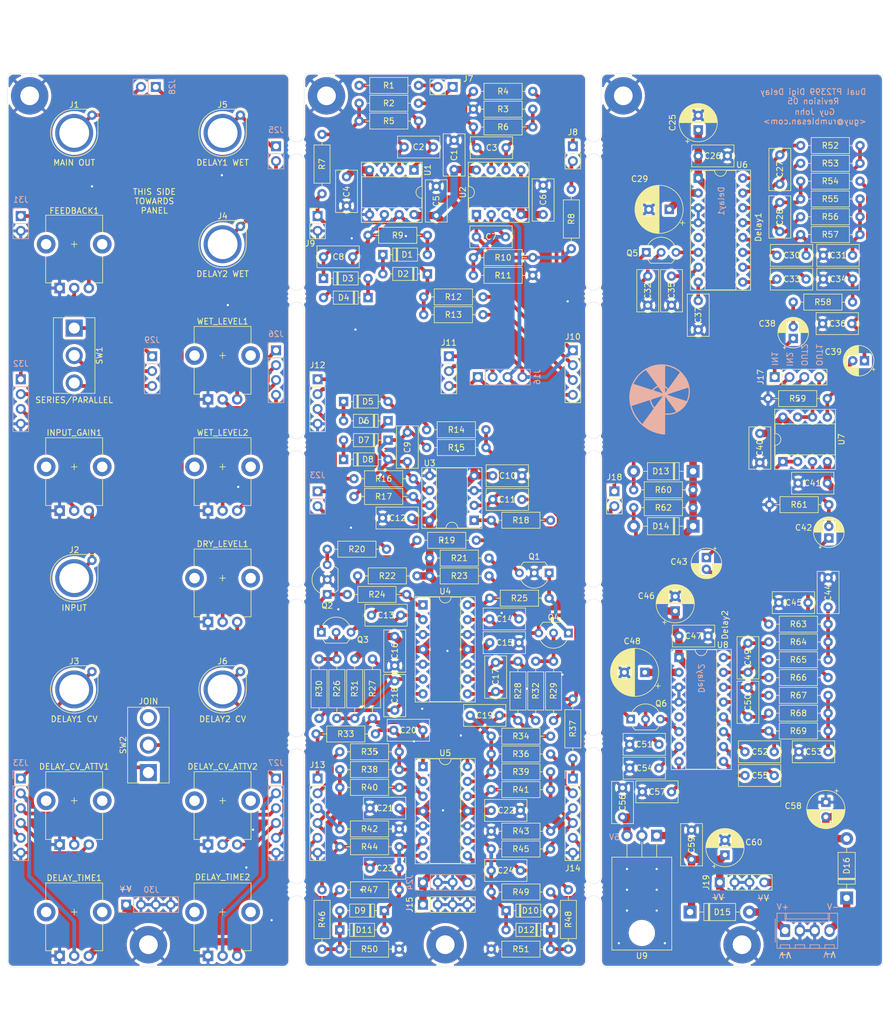
<source format=kicad_pcb>
(kicad_pcb (version 20221018) (generator pcbnew)
  (title_block (title "Dual PT2399 Digi Delay") (date "2022-03-04") (rev "r05") (comment 2 "creativecommons.org/licenses/by/4.0/") (comment 3 "License: CC BY 4.0") (comment 4 "Author: Guy John"))
  (layers (0 "F.Cu" signal) (31 "B.Cu" signal) (36 "B.SilkS" user "B.Silkscreen") (37 "F.SilkS" user "F.Silkscreen") (38 "B.Mask" user) (39 "F.Mask" user) (44 "Edge.Cuts" user))
  (net 0 "")
  (net 1 "Net-(U1A--)")
  (net 2 "GND")
  (net 3 "Net-(C17-Pad1)")
  (net 4 "Net-(U2B--)")
  (net 5 "+5V")
  (net 6 "Net-(U2A--)")
  (net 7 "Net-(D2-K)")
  (net 8 "Net-(C31-Pad2)")
  (net 9 "Net-(C18-Pad1)")
  (net 10 "Net-(C19-Pad1)")
  (net 11 "Net-(C34-Pad2)")
  (net 12 "Net-(D6-K)")
  (net 13 "Net-(U3A--)")
  (net 14 "Net-(Q3-C)")
  (net 15 "Net-(Q4-C)")
  (net 16 "Net-(U4C--)")
  (net 17 "Net-(U4B--)")
  (net 18 "Net-(C3-Pad1)")
  (net 19 "Net-(U5D--)")
  (net 20 "Net-(U5A--)")
  (net 21 "Net-(INPUT_GAIN1-Pad3)")
  (net 22 "Net-(D11-A)")
  (net 23 "Net-(D10-K)")
  (net 24 "/CVControl/DELAY1_CV_JOIN_OUT")
  (net 25 "Net-(U6-LPF1-IN)")
  (net 26 "Net-(C7-Pad1)")
  (net 27 "Net-(U6-LPF1-OUT)")
  (net 28 "Net-(U6-LPF2-IN)")
  (net 29 "Net-(U6-LPF2-OUT)")
  (net 30 "/CVControl/DELAY1_CONTROL")
  (net 31 "/CVControl/DELAY1_CV_ATTV")
  (net 32 "/CVControl/DELAY1_CV_INPUT")
  (net 33 "/CVControl/DELAY2_CONTROL")
  (net 34 "/CVControl/DELAY2_CV_ATTV")
  (net 35 "/CVControl/DELAY2_CV_CTRL")
  (net 36 "/CVControl/DELAY2_TIME_VOLTAGE")
  (net 37 "/CVControl/DELAY1_TIME_VOLTAGE")
  (net 38 "/CVInputs/DELAY1_CV_INPUT")
  (net 39 "/CVInputs/DELAY1_CV_ATTV")
  (net 40 "/CVInputs/DELAY1_CONTROL")
  (net 41 "/CVInputs/DELAY2_CV_ATTV")
  (net 42 "/CVInputs/DELAY2_CONTROL")
  (net 43 "/CVInputs/DELAY2_CV_INPUT")
  (net 44 "/CVInputs/JOIN_CV_SOURCE")
  (net 45 "/CVInputs/JOIN_CV")
  (net 46 "/DelayOut/DELAY1_WET_OUT")
  (net 47 "/DelayOut/DELAY2_WET_OUT")
  (net 48 "/AudioIO/DELAY1_WET")
  (net 49 "/PT2399-Delay-1/AUDIO_IN")
  (net 50 "/PT2399-Delay-1/DELAY_TIME_CTRL")
  (net 51 "Net-(U6-REF)")
  (net 52 "Net-(C2-Pad1)")
  (net 53 "Net-(C13-Pad2)")
  (net 54 "Net-(U6-OP2-OUT)")
  (net 55 "Net-(C14-Pad2)")
  (net 56 "Net-(U6-OP2-IN)")
  (net 57 "Net-(D13-A)")
  (net 58 "Net-(U6-OP1-IN)")
  (net 59 "Net-(U6-OP1-OUT)")
  (net 60 "Net-(U6-CC1)")
  (net 61 "Net-(U6-CC0)")
  (net 62 "Net-(C36-Pad2)")
  (net 63 "Net-(U8-REF)")
  (net 64 "Net-(U8-LPF1-IN)")
  (net 65 "Net-(C38-Pad2)")
  (net 66 "Net-(U8-LPF1-OUT)")
  (net 67 "Net-(U8-LPF2-IN)")
  (net 68 "Net-(U8-LPF2-OUT)")
  (net 69 "Net-(D14-A)")
  (net 70 "Net-(U8-OP2-OUT)")
  (net 71 "Net-(U8-OP2-IN)")
  (net 72 "Net-(U8-CC1)")
  (net 73 "Net-(U8-OP1-IN)")
  (net 74 "Net-(C43-Pad2)")
  (net 75 "Net-(U8-OP1-OUT)")
  (net 76 "Net-(U8-CC0)")
  (net 77 "Net-(D1-K)")
  (net 78 "Net-(C42-Pad1)")
  (net 79 "Net-(D3-A)")
  (net 80 "/CVInputs/DELAY2_CV_CTRL")
  (net 81 "Net-(D5-K)")
  (net 82 "Net-(D7-A)")
  (net 83 "Net-(C44-Pad2)")
  (net 84 "Net-(D11-K)")
  (net 85 "Net-(D10-A)")
  (net 86 "Net-(D15-A)")
  (net 87 "/OutputMix/DELAY_MIX")
  (net 88 "/InputMix/INPUT_MIX")
  (net 89 "/InputMix/DRY_AUDIO_SOURCE")
  (net 90 "/AudioIO/DRY_AUDIO_INPUT")
  (net 91 "/AudioIO/DRY_AUDIO_LEVEL")
  (net 92 "/AudioIO/FEEDBACK_INPUT")
  (net 93 "/AudioIO/FEEDBACK_LEVEL")
  (net 94 "/AudioIO/AUDIO_IN")
  (net 95 "/AudioIO/DELAY2_SOURCE")
  (net 96 "/AudioIO/DELAY2_WET")
  (net 97 "/AudioIO/DELAY2_WET_OUT")
  (net 98 "/AudioIO/DELAY1_WET_OUT")
  (net 99 "/AudioIO/INPUT_MIX")
  (net 100 "/AudioIO/MAIN_OUT")
  (net 101 "/AudioIO/DELAY2_WET_LEVEL")
  (net 102 "/AudioIO/DELAY1_WET_LEVEL")
  (net 103 "/OutputMix/MIX_OUT")
  (net 104 "/OutputMix/DRY_AUDIO_INPUT")
  (net 105 "/InputMix/DELAY_FEEDBACK")
  (net 106 "/InputMix/AUDIO_IN")
  (net 107 "/PT2399-Delay-2/AUDIO_IN")
  (net 108 "/PT2399-Delay-2/DELAY_TIME_CTRL")
  (net 109 "Net-(D16-K)")
  (net 110 "Net-(J11-Pin_2)")
  (net 111 "Net-(Q1-C)")
  (net 112 "/OutputMix/DELAY2_WET_LEVEL")
  (net 113 "/OutputMix/DELAY1_WET_LEVEL")
  (net 114 "/CVControl/DELAY1_CV_CTRL")
  (net 115 "Net-(Q1-E)")
  (net 116 "Net-(Q2-C)")
  (net 117 "Net-(Q2-E)")
  (net 118 "/CVInputs/DELAY1_CV_CTRL")
  (net 119 "+12V")
  (net 120 "-12V")
  (net 121 "Net-(C53-Pad2)")
  (net 122 "Net-(Q3-B)")
  (net 123 "Net-(Q4-B)")
  (net 124 "/DelayBuffers/DELAY1_OUT")
  (net 125 "/DelayBuffers/DELAY2_OUT")
  (net 126 "/CVControl/DELAY2_JOIN_CV_INPUT")
  (net 127 "/CVControl/DELAY2_CV_INPUT")
  (net 128 "/DelayOut/DELAY2_WET")
  (net 129 "/DelayOut/DELAY1_WET")
  (net 130 "/AudioIO/DELAY1_WET_TO_2")
  (net 131 "/DelayBuffers/DELAY1_IN")
  (net 132 "/DelayBuffers/DELAY2_IN")
  (net 133 "Net-(Q5-C)")
  (net 134 "Net-(Q6-C)")
  (footprint "Rumblesan_Standard_Parts:C_Rect_L7.0mm_W3.5mm_P5.00mm" (layer "F.Cu") (at 132.461 62.611 -90)
    (fp_text reference "C32")
    (fp_text value "470nF")
  )
  (footprint "Rumblesan_Standard_Parts:C_Rect_L7.0mm_W3.5mm_P5.00mm" (layer "F.Cu") (at 146.097 42.037 180)
    (fp_text reference "C26")
    (fp_text value "100nF")
  )
  (footprint "Rumblesan_Standard_Parts:CP_Radial_D6.3mm_P2.50mm" (layer "F.Cu") (at 141.097 37.592 90)
    (fp_text reference "C25")
    (fp_text value "10uF")
  )
  (footprint "Rumblesan_Standard_Parts:C_Rect_L7.0mm_W3.5mm_P5.00mm" (layer "F.Cu") (at 136.525 67.611 90)
    (fp_text reference "C35")
    (fp_text value "100nF")
  )
  (footprint "Rumblesan_Standard_Parts:CP_Radial_D8.0mm_P3.50mm" (layer "F.Cu") (at 136.144 51.181 180)
    (fp_text reference "C29")
    (fp_text value "47uF")
  )
  (footprint "Rumblesan_Standard_Parts:C_Rect_L7.0mm_W3.5mm_P5.00mm" (layer "F.Cu") (at 141.097 71.802 90)
    (fp_text reference "C37")
    (fp_text value "100nF")
  )
  (footprint "Rumblesan_Standard_Parts:C_Rect_L7.0mm_W3.5mm_P5.00mm" (layer "F.Cu") (at 154.559 63.119)
    (fp_text reference "C33")
    (fp_text value "100nF")
  )
  (footprint "Rumblesan_Standard_Parts:C_Rect_L7.0mm_W3.5mm_P5.00mm" (layer "F.Cu") (at 155.067 46.863 90)
    (fp_text reference "C27")
    (fp_text value "560pF")
  )
  (footprint "Rumblesan_Standard_Parts:CP_Radial_D5.0mm_P2.00mm" (layer "F.Cu") (at 157.353 73.279 90)
    (fp_text reference "C38")
    (fp_text value "10uF")
  )
  (footprint "Rumblesan_Standard_Parts:C_Rect_L7.0mm_W3.5mm_P5.00mm" (layer "F.Cu") (at 154.559 59.055)
    (fp_text reference "C30")
    (fp_text value "100nF")
  )
  (footprint "Rumblesan_Standard_Parts:C_Rect_L7.0mm_W3.5mm_P5.00mm" (layer "F.Cu") (at 155.067 49.991 -90)
    (fp_text reference "C28")
    (fp_text value "560pF")
  )
  (footprint "Rumblesan_Standard_Parts:C_Rect_L7.0mm_W3.5mm_P5.00mm" (layer "F.Cu") (at 162.513 63.119)
    (fp_text reference "C34")
    (fp_text value "4n7F")
  )
  (footprint "Rumblesan_Standard_Parts:C_Rect_L7.0mm_W3.5mm_P5.00mm" (layer "F.Cu") (at 162.513 59.055)
    (fp_text reference "C31")
    (fp_text value "4n7F")
  )
  (footprint "Rumblesan_Standard_Parts:C_Rect_L7.0mm_W3.5mm_P5.00mm" (layer "F.Cu") (at 162.386 70.739)
    (fp_text reference "C36")
    (fp_text value "10nF")
  )
  (footprint "Rumblesan_Standard_Parts:CP_Radial_D5.0mm_P2.00mm" (layer "F.Cu") (at 169.545 77.089 180)
    (fp_text reference "C39")
    (fp_text value "10uF")
  )
  (footprint "Rumblesan_Standard_Parts:C_Rect_L7.0mm_W3.5mm_P5.00mm" (layer "F.Cu") (at 134.366 142.748 180)
    (fp_text reference "C51")
    (fp_text value "470nF")
  )
  (footprint "Rumblesan_Standard_Parts:C_Rect_L7.0mm_W3.5mm_P5.00mm" (layer "F.Cu") (at 142.795 124.206 180)
    (fp_text reference "C47")
    (fp_text value "100nF")
  )
  (footprint "Rumblesan_Standard_Parts:CP_Radial_D6.3mm_P2.50mm" (layer "F.Cu") (at 137.16 119.92738 90)
    (fp_text reference "C46")
    (fp_text value "10uF")
  )
  (footprint "Rumblesan_Standard_Parts:C_Rect_L7.0mm_W3.5mm_P5.00mm" (layer "F.Cu") (at 129.366 146.812)
    (fp_text reference "C54")
    (fp_text value "100nF")
  )
  (footprint "Rumblesan_Standard_Parts:CP_Radial_D8.0mm_P3.50mm" (layer "F.Cu") (at 131.953 130.429 180)
    (fp_text reference "C48")
    (fp_text value "47uF")
  )
  (footprint "Rumblesan_Standard_Parts:C_Rect_L7.0mm_W3.5mm_P5.00mm" (layer "F.Cu") (at 131.525 150.876)
    (fp_text reference "C57")
    (fp_text value "100nF")
  )
  (footprint "Rumblesan_Standard_Parts:C_Rect_L7.0mm_W3.5mm_P5.00mm" (layer "F.Cu") (at 149.098 148.082)
    (fp_text reference "C55")
    (fp_text value "100nF")
  )
  (footprint "Rumblesan_Standard_Parts:C_Rect_L7.0mm_W3.5mm_P5.00mm" (layer "F.Cu") (at 149.606 130.429 90)
    (fp_text reference "C49")
    (fp_text value "560pF")
  )
  (footprint "Rumblesan_Standard_Parts:CP_Radial_D5.0mm_P2.00mm" (layer "F.Cu") (at 142.494 110.784 -90)
    (fp_text reference "C43")
    (fp_text value "10uF")
  )
  (footprint "Rumblesan_Standard_Parts:C_Rect_L7.0mm_W3.5mm_P5.00mm" (layer "F.Cu") (at 149.098 144.018)
    (fp_text reference "C52")
    (fp_text value "100nF")
  )
  (footprint "Rumblesan_Standard_Parts:C_Rect_L7.0mm_W3.5mm_P5.00mm" (layer "F.Cu") (at 149.606 133.049 -90)
    (fp_text reference "C50")
    (fp_text value "560pF")
  )
  (footprint "Rumblesan_Standard_Parts:C_Rect_L7.0mm_W3.5mm_P5.00mm" (layer "F.Cu") (at 163.322 114.253 -90)
    (fp_text reference "C44")
    (fp_text value "4n7F")
  )
  (footprint "Rumblesan_Standard_Parts:C_Rect_L7.0mm_W3.5mm_P5.00mm" (layer "F.Cu") (at 158.322 144.018)
    (fp_text reference "C53")
    (fp_text value "4n7F")
  )
  (footprint "Rumblesan_Standard_Parts:C_Rect_L7.0mm_W3.5mm_P5.00mm" (layer "F.Cu") (at 154.893 118.491)
    (fp_text reference "C45")
    (fp_text value "10nF")
  )
  (footprint "Rumblesan_Standard_Parts:CP_Radial_D5.0mm_P2.00mm" (layer "F.Cu") (at 163.449 107.442 90)
    (fp_text reference "C42")
    (fp_text value "10uF")
  )
  (footprint "Rumblesan_Standard_Parts:D_DO-41_SOD81_P10.16mm_Horizontal" (layer "F.Cu") (at 140.208 96.012 180)
    (fp_text reference "D13")
    (fp_text value "1n4001")
  )
  (footprint "Rumblesan_Standard_Parts:D_DO-41_SOD81_P10.16mm_Horizontal" (layer "F.Cu") (at 140.208 105.41 180)
    (fp_text reference "D14")
    (fp_text value "1n4001")
  )
  (footprint "Package_TO_SOT_THT:TO-92_Inline_Wide" (layer "F.Cu") (at 132.207 58.547)
    (fp_text reference "Q5")
    (fp_text value "2N3904")
  )
  (footprint "Package_TO_SOT_THT:TO-92_Inline_Wide" (layer "F.Cu") (at 129.54 138.43)
    (fp_text reference "Q6")
    (fp_text value "2N3904")
  )
  (footprint "Rumblesan_Standard_Parts:R_Axial_DIN0207_L6.3mm_D2.5mm_P10.16mm_Horizontal" (layer "F.Cu") (at 140.208 99.187 180)
    (fp_text reference "R60")
    (fp_text value "560k")
  )
  (footprint "Rumblesan_Standard_Parts:R_Axial_DIN0207_L6.3mm_D2.5mm_P10.16mm_Horizontal" (layer "F.Cu") (at 168.783 40.259 180)
    (fp_text reference "R52")
    (fp_text value "10k")
  )
  (footprint "Rumblesan_Standard_Parts:R_Axial_DIN0207_L6.3mm_D2.5mm_P10.16mm_Horizontal" (layer "F.Cu") (at 168.783 43.307 180)
    (fp_text reference "R53")
    (fp_text value "10k")
  )
  (footprint "Rumblesan_Standard_Parts:R_Axial_DIN0207_L6.3mm_D2.5mm_P10.16mm_Horizontal" (layer "F.Cu") (at 167.513 67.056 180)
    (fp_text reference "R58")
    (fp_text value "10k")
  )
  (footprint "Rumblesan_Standard_Parts:R_Axial_DIN0207_L6.3mm_D2.5mm_P10.16mm_Horizontal" (layer "F.Cu") (at 168.783 55.499 180)
    (fp_text reference "R57")
    (fp_text value "10k")
  )
  (footprint "Rumblesan_Standard_Parts:R_Axial_DIN0207_L6.3mm_D2.5mm_P10.16mm_Horizontal" (layer "F.Cu") (at 168.783 52.451 180)
    (fp_text reference "R56")
    (fp_text value "10k")
  )
  (footprint "Rumblesan_Standard_Parts:R_Axial_DIN0207_L6.3mm_D2.5mm_P10.16mm_Horizontal" (layer "F.Cu") (at 168.783 49.403 180)
    (fp_text reference "R55")
    (fp_text value "10k")
  )
  (footprint "Rumblesan_Standard_Parts:R_Axial_DIN0207_L6.3mm_D2.5mm_P10.16mm_Horizontal" (layer "F.Cu") (at 168.783 46.355 180)
    (fp_text reference "R54")
    (fp_text value "2k7")
  )
  (footprint "Rumblesan_Standard_Parts:R_Axial_DIN0207_L6.3mm_D2.5mm_P10.16mm_Horizontal" (layer "F.Cu") (at 140.208 102.235 180)
    (fp_text reference "R62")
    (fp_text value "560k")
  )
  (footprint "Rumblesan_Standard_Parts:R_Axial_DIN0207_L6.3mm_D2.5mm_P10.16mm_Horizontal" (layer "F.Cu") (at 163.322 125.222 180)
    (fp_text reference "R64")
    (fp_text value "10k")
  )
  (footprint "Rumblesan_Standard_Parts:R_Axial_DIN0207_L6.3mm_D2.5mm_P10.16mm_Horizontal" (layer "F.Cu") (at 163.322 128.27 180)
    (fp_text reference "R65")
    (fp_text value "10k")
  )
  (footprint "Rumblesan_Standard_Parts:R_Axial_DIN0207_L6.3mm_D2.5mm_P10.16mm_Horizontal" (layer "F.Cu") (at 163.322 122.174 180)
    (fp_text reference "R63")
    (fp_text value "10k")
  )
  (footprint "Rumblesan_Standard_Parts:R_Axial_DIN0207_L6.3mm_D2.5mm_P10.16mm_Horizontal" (layer "F.Cu") (at 163.322 140.462 180)
    (fp_text reference "R69")
    (fp_text value "10k")
  )
  (footprint "Rumblesan_Standard_Parts:R_Axial_DIN0207_L6.3mm_D2.5mm_P10.16mm_Horizontal" (layer "F.Cu") (at 163.322 137.414 180)
    (fp_text reference "R68")
    (fp_text value "10k")
  )
  (footprint "Rumblesan_Standard_Parts:R_Axial_DIN0207_L6.3mm_D2.5mm_P10.16mm_Horizontal" (layer "F.Cu") (at 163.322 134.366 180)
    (fp_text reference "R67")
    (fp_text value "10k")
  )
  (footprint "Rumblesan_Standard_Parts:R_Axial_DIN0207_L6.3mm_D2.5mm_P10.16mm_Horizontal" (layer "F.Cu") (at 163.322 131.318 180)
    (fp_text reference "R66")
    (fp_text value "2k7")
  )
  (footprint "Package_DIP:DIP-16_W7.62mm_Socket" (layer "F.Cu") (at 141.097 45.847)
    (fp_text reference "U6")
    (fp_text value "PT2399")
  )
  (footprint "Package_DIP:DIP-16_W7.62mm_Socket" (layer "F.Cu") (at 137.795 127.889)
    (fp_text reference "U8")
    (fp_text value "PT2399")
  )
  (footprint "Rumblesan_Standard_Parts:C_Rect_L7.0mm_W3.5mm_P5.00mm" (layer "F.Cu") (at 84.916 153.67)
    (fp_text reference "C21")
    (fp_text value "100nF")
  )
  (footprint "Rumblesan_Standard_Parts:C_Rect_L7.0mm_W3.5mm_P5.00mm" (layer "F.Cu") (at 105.664 154.051)
    (fp_text reference "C22")
    (fp_text value "100nF")
  )
  (footprint "Rumblesan_Standard_Parts:C_Rect_L7.0mm_W3.5mm_P5.00mm" (layer "F.Cu") (at 89.154 129.286 90)
    (fp_text reference "C16")
    (fp_text value "100nF")
  )
  (footprint "Rumblesan_Standard_Parts:C_Rect_L7.0mm_W3.5mm_P5.00mm" (layer "F.Cu") (at 105.41 125.349)
    (fp_text reference "C15")
    (fp_text value "100nF")
  )
  (footprint "Rumblesan_Standard_Parts:C_Rect_L7.0mm_W3.5mm_P5.00mm" (layer "F.Cu") (at 84.916 163.957)
    (fp_text reference "C23")
    (fp_text value "10pF")
  )
  (footprint "Rumblesan_Standard_Parts:C_Rect_L7.0mm_W3.5mm_P5.00mm" (layer "F.Cu") (at 107.061 137.795 180)
    (fp_text reference "C19")
    (fp_text value "10pF")
  )
  (footprint "Rumblesan_Standard_Parts:C_Rect_L7.0mm_W3.5mm_P5.00mm" (layer "F.Cu") (at 93.98 140.335 180)
    (fp_text reference "C20")
    (fp_text value "10pF")
  )
  (footprint "Rumblesan_Standard_Parts:C_Rect_L7.0mm_W3.5mm_P5.00mm" (layer "F.Cu") (at 106.426 133.731 90)
    (fp_text reference "C17")
    (fp_text value "10pF")
  )
  (footprint "Rumblesan_Standard_Parts:C_Rect_L7.0mm_W3.5mm_P5.00mm" (layer "F.Cu") (at 89.154 136.906 90)
    (fp_text reference "C18")
    (fp_text value "10pF")
  )
  (footprint "Rumblesan_Standard_Parts:C_Rect_L7.0mm_W3.5mm_P5.00mm" (layer "F.Cu") (at 105.41 121.285)
    (fp_text reference "C14")
    (fp_text value "10pF")
  )
  (footprint "Rumblesan_Standard_Parts:C_Rect_L7.0mm_W3.5mm_P5.00mm" (layer "F.Cu") (at 90.17 120.65 180)
    (fp_text reference "C13")
    (fp_text value "10pF")
  )
  (footprint "Rumblesan_Standard_Parts:CP_Radial_D6.3mm_P2.50mm" (layer "F.Cu") (at 145.669 161.671 90)
    (fp_text reference "C60")
    (fp_text value "10uF")
  )
  (footprint "Rumblesan_Standard_Parts:CP_Radial_D6.3mm_P2.50mm" (layer "F.Cu") (at 162.941 152.654 -90)
    (fp_text reference "C58")
    (fp_text value "10uF")
  )
  (footprint "Rumblesan_Standard_Parts:C_Rect_L7.0mm_W3.5mm_P5.00mm" (layer "F.Cu") (at 139.954 157.433 -90)
    (fp_text reference "C59")
    (fp_text value "100nF")
  )
  (footprint "Rumblesan_Standard_Parts:C_Rect_L7.0mm_W3.5mm_P5.00mm" (layer "F.Cu") (at 128.143 150.194 -90)
    (fp_text reference "C56")
    (fp_text value "100nF")
  )
  (footprint "Rumblesan_Standard_Parts:D_DO-41_SOD81_P10.16mm_Horizontal" (layer "F.Cu") (at 139.7 171.45)
    (fp_text reference "D15")
    (fp_text value "1N5818")
  )
  (footprint "Rumblesan_Standard_Parts:D_DO-41_SOD81_P10.16mm_Horizontal" (layer "F.Cu") (at 166.497 169.037 90)
    (fp_text reference "D16")
    (fp_text value "1N5818")
  )
  (footprint "Rumblesan_Standard_Parts:Potentiometer_Alpha_RD901F-40-00D_Single_Vertical_CircularHoles" (layer "F.Cu") (at 34.29 152.400001)
    (fp_text reference "DELAY_CV_ATTV1")
    (fp_text value "100kB" hide)
  )
  (footprint "Rumblesan_Standard_Parts:Potentiometer_Alpha_RD901F-40-00D_Single_Vertical_CircularHoles" (layer "F.Cu") (at 34.29 171.45)
    (fp_text reference "DELAY_TIME1")
    (fp_text value "25kB" hide)
  )
  (footprint "Rumblesan_Standard_Parts:Potentiometer_Alpha_RD901F-40-00D_Single_Vertical_CircularHoles" (layer "F.Cu") (at 59.690001 152.400001)
    (fp_text reference "DELAY_CV_ATTV2")
    (fp_text value "100kB" hide)
  )
  (footprint "Rumblesan_Standard_Parts:Potentiometer_Alpha_RD901F-40-00D_Single_Vertical_CircularHoles" (layer "F.Cu") (at 59.69 171.45)
    (fp_text reference "DELAY_TIME2")
    (fp_text value "25kB" hide)
  )
  (footprint "Rumblesan_Standard_Parts:BananaJack_THT_JohnsonCinch_108-09" (layer "F.Cu") (at 59.690001 133.35)
    (fp_text reference "J6")
    (fp_text value "BananaJack_PanelMount" hide)
  )
  (footprint "Rumblesan_Standard_Parts:BananaJack_THT_JohnsonCinch_108-09" (layer "F.Cu") (at 34.29 133.35)
    (fp_text reference "J3")
    (fp_text value "BananaJack_PanelMount" hide)
  )
  (footprint "Connector_PinHeader_2.54mm:PinHeader_1x04_P2.54mm_Vertical" (layer "F.Cu") (at 93.98 170.18 90)
    (fp_text reference "J15")
    (fp_text value "Conn_01x04_Pin" hide)
  )
  (footprint "Package_TO_SOT_THT:TO-92_Inline_Wide" (layer "F.Cu") (at 118.872 123.698 180)
    (fp_text reference "Q4")
    (fp_text value "2N3904")
  )
  (footprint "Package_TO_SOT_THT:TO-92_Inline_Wide" (layer "F.Cu") (at 76.581 123.571)
    (fp_text reference "Q3")
    (fp_text value "2N3904")
  )
  (footprint "Package_TO_SOT_THT:TO-92_Inline_Wide" (layer "F.Cu") (at 115.57 113.411 180)
    (fp_text reference "Q1")
    (fp_text value "2N3904")
  )
  (footprint "Package_TO_SOT_THT:TO-92_Inline_Wide" (layer "F.Cu") (at 77.597 117.094 90)
    (fp_text reference "Q2")
    (fp_text value "2N3904")
  )
  (footprint "Rumblesan_Standard_Parts:R_Axial_DIN0207_L6.3mm_D2.5mm_P10.16mm_Horizontal" (layer "F.Cu") (at 89.916 157.226 180)
    (fp_text reference "R42")
    (fp_text value "47k")
  )
  (footprint "Rumblesan_Standard_Parts:R_Axial_DIN0207_L6.3mm_D2.5mm_P10.16mm_Horizontal" (layer "F.Cu") (at 89.916 167.64 180)
    (fp_text reference "R47")
    (fp_text value "100k")
  )
  (footprint "Rumblesan_Standard_Parts:R_Axial_DIN0207_L6.3mm_D2.5mm_P10.16mm_Horizontal" (layer "F.Cu") (at 115.824 168.021 180)
    (fp_text reference "R49")
    (fp_text value "100k")
  )
  (footprint "Rumblesan_Standard_Parts:R_Axial_DIN0207_L6.3mm_D2.5mm_P10.16mm_Horizontal" (layer "F.Cu") (at 119.634 145.161 90)
    (fp_text reference "R37")
    (fp_text value "100k")
  )
  (footprint "Rumblesan_Standard_Parts:R_Axial_DIN0207_L6.3mm_D2.5mm_P10.16mm_Horizontal" (layer "F.Cu") (at 105.664 160.655)
    (fp_text reference "R45")
    (fp_text value "82k")
  )
  (footprint "Rumblesan_Standard_Parts:R_Axial_DIN0207_L6.3mm_D2.5mm_P10.16mm_Horizontal" (layer "F.Cu") (at 79.756 160.274)
    (fp_text reference "R44")
    (fp_text value "82k")
  )
  (footprint "Rumblesan_Standard_Parts:R_Axial_DIN0207_L6.3mm_D2.5mm_P10.16mm_Horizontal" (layer "F.Cu") (at 89.916 147.066 180)
    (fp_text reference "R38")
    (fp_text value "100k")
  )
  (footprint "Rumblesan_Standard_Parts:R_Axial_DIN0207_L6.3mm_D2.5mm_P10.16mm_Horizontal" (layer "F.Cu") (at 105.664 147.447)
    (fp_text reference "R39")
    (fp_text value "100k")
  )
  (footprint "Rumblesan_Standard_Parts:R_Axial_DIN0207_L6.3mm_D2.5mm_P10.16mm_Horizontal" (layer "F.Cu") (at 79.756 144.018)
    (fp_text reference "R35")
    (fp_text value "220k")
  )
  (footprint "Rumblesan_Standard_Parts:R_Axial_DIN0207_L6.3mm_D2.5mm_P10.16mm_Horizontal" (layer "F.Cu") (at 105.664 157.607)
    (fp_text reference "R43")
    (fp_text value "47k")
  )
  (footprint "Rumblesan_Standard_Parts:R_Axial_DIN0207_L6.3mm_D2.5mm_P10.16mm_Horizontal" (layer "F.Cu") (at 82.296 138.303 90)
    (fp_text reference "R31")
    (fp_text value "220k")
  )
  (footprint "Rumblesan_Standard_Parts:R_Axial_DIN0207_L6.3mm_D2.5mm_P10.16mm_Horizontal" (layer "F.Cu") (at 115.824 141.351 180)
    (fp_text reference "R34")
    (fp_text value "100k")
  )
  (footprint "Rumblesan_Standard_Parts:R_Axial_DIN0207_L6.3mm_D2.5mm_P10.16mm_Horizontal" (layer "F.Cu") (at 75.692 140.97)
    (fp_text reference "R33")
    (fp_text value "100k")
  )
  (footprint "Rumblesan_Standard_Parts:R_Axial_DIN0207_L6.3mm_D2.5mm_P10.16mm_Horizontal" (layer "F.Cu") (at 110.236 128.524 -90)
    (fp_text reference "R28")
    (fp_text value "100k")
  )
  (footprint "Rumblesan_Standard_Parts:R_Axial_DIN0207_L6.3mm_D2.5mm_P10.16mm_Horizontal" (layer "F.Cu") (at 115.824 144.399 180)
    (fp_text reference "R36")
    (fp_text value "220k")
  )
  (footprint "Rumblesan_Standard_Parts:R_Axial_DIN0207_L6.3mm_D2.5mm_P10.16mm_Horizontal" (layer "F.Cu") (at 105.283 110.871 180)
    (fp_text reference "R21")
    (fp_text value "220k")
  )
  (footprint "Rumblesan_Standard_Parts:R_Axial_DIN0207_L6.3mm_D2.5mm_P10.16mm_Horizontal" (layer "F.Cu") (at 85.344 128.143 -90)
    (fp_text reference "R27")
    (fp_text value "100k")
  )
  (footprint "Rumblesan_Standard_Parts:R_Axial_DIN0207_L6.3mm_D2.5mm_P10.16mm_Horizontal" (layer "F.Cu") (at 116.332 128.524 -90)
    (fp_text reference "R29")
    (fp_text value "2k2")
  )
  (footprint "Rumblesan_Standard_Parts:R_Axial_DIN0207_L6.3mm_D2.5mm_P10.16mm_Horizontal" (layer "F.Cu") (at 79.248 128.143 -90)
    (fp_text reference "R26")
    (fp_text value "2k2")
  )
  (footprint "Rumblesan_Standard_Parts:R_Axial_DIN0207_L6.3mm_D2.5mm_P10.16mm_Horizontal" (layer "F.Cu") (at 113.284 138.684 90)
    (fp_text reference "R32")
    (fp_text value "22k")
  )
  (footprint "Rumblesan_Standard_Parts:R_Axial_DIN0207_L6.3mm_D2.5mm_P10.16mm_Horizontal" (layer "F.Cu") (at 76.2 138.303 90)
    (fp_text reference "R30")
    (fp_text value "22k")
  )
  (footprint "Rumblesan_Standard_Parts:R_Axial_DIN0207_L6.3mm_D2.5mm_P10.16mm_Horizontal" (layer "F.Cu") (at 95.123 113.919)
    (fp_text reference "R23")
    (fp_text value "560k")
  )
  (footprint "Rumblesan_Standard_Parts:R_Axial_DIN0207_L6.3mm_D2.5mm_P10.16mm_Horizontal" (layer "F.Cu") (at 115.57 117.729 180)
    (fp_text reference "R25")
    (fp_text value "1k")
  )
  (footprint "Rumblesan_Standard_Parts:R_Axial_DIN0207_L6.3mm_D2.5mm_P10.16mm_Horizontal" (layer "F.Cu") (at 92.964 113.919 180)
    (fp_text reference "R22")
    (fp_text value "560k")
  )
  (footprint "Rumblesan_Standard_Parts:R_Axial_DIN0207_L6.3mm_D2.5mm_P10.16mm_Horizontal" (layer "F.Cu") (at 81.026 117.094)
    (fp_text reference "R24")
    (fp_text value "1k")
  )
  (footprint "Rumblesan_Standard_Parts:R_Axial_DIN0207_L6.3mm_D2.5mm_P10.16mm_Horizontal" (layer "F.Cu") (at 92.964 107.823)
    (fp_text reference "R19")
    (fp_text value "470r")
  )
  (footprint "Rumblesan_Standard_Parts:R_Axial_DIN0207_L6.3mm_D2.5mm_P10.16mm_Horizontal" (layer "F.Cu") (at 87.757 109.347 180)
    (fp_text reference "R20")
    (fp_text value "470r")
  )
  (footprint "Rumblesan_Standard_Parts:Toggle_Switch_100SP-M2" (layer "F.Cu") (at 46.990001 142.875 90)
    (fp_text reference "SW2")
    (fp_text value "SW_SPDT")
  )
  (footprint "Package_DIP:DIP-14_W7.62mm_Socket" (layer "F.Cu") (at 93.98 118.872)
    (fp_text reference "U4")
    (fp_text value "TL074")
  )
  (footprint "Package_TO_SOT_THT:TO-220-3_Horizontal_TabDown" (layer "F.Cu") (at 133.985 158.369 180)
    (fp_text reference "U9")
    (fp_text value "L7805")
  )
  (footprint "Rumblesan_Standard_Parts:C_Rect_L7.0mm_W3.5mm_P5.00mm" (layer "F.Cu") (at 103.204 40.64)
    (fp_text reference "C3")
    (fp_text value "10pF")
  )
  (footprint "Rumblesan_Standard_Parts:C_Rect_L7.0mm_W3.5mm_P5.00mm" (layer "F.Cu") (at 99.314 39.37 -90)
    (fp_text reference "C1")
    (fp_text value "100nF")
  )
  (footprint "Rumblesan_Standard_Parts:C_Rect_L7.0mm_W3.5mm_P5.00mm" (layer "F.Cu") (at 114.554 52.07 90)
    (fp_text reference "C6")
    (fp_text value "100nF")
  )
  (footprint "Rumblesan_Standard_Parts:C_Rect_L7.0mm_W3.5mm_P5.00mm" (layer "F.Cu") (at 103.124 55.88)
    (fp_text reference "C7")
    (fp_text value "10pF")
  )
  (footprint "Rumblesan_Standard_Parts:R_Axial_DIN0207_L6.3mm_D2.5mm_P10.16mm_Horizontal" (layer "F.Cu") (at 102.616 34.036)
    (fp_text reference "R3")
    (fp_text value "15k")
  )
  (footprint "Rumblesan_Standard_Parts:R_Axial_DIN0207_L6.3mm_D2.5mm_P10.16mm_Horizontal" (layer "F.Cu") (at 102.616 37.084)
    (fp_text reference "R6")
    (fp_text value "100k")
  )
  (footprint "Rumblesan_Standard_Parts:R_Axial_DIN0207_L6.3mm_D2.5mm_P10.16mm_Horizontal" (layer "F.Cu") (at 112.776 62.484 180)
    (fp_text reference "R11")
    (fp_text value "15k")
  )
  (footprint "Rumblesan_Standard_Parts:R_Axial_DIN0207_L6.3mm_D2.5mm_P10.16mm_Horizontal" (layer "F.Cu") (at 112.776 59.436 180)
    (fp_text reference "R10")
    (fp_text value "100k")
  )
  (footprint "Rumblesan_Standard_Parts:Potentiometer_Alpha_RD901F-40-00D_Single_Vertical_CircularHoles" (layer "F.Cu") (at 59.690001 114.300001)
    (fp_text reference "DRY_LEVEL1")
    (fp_text value "50kB" hide)
  )
  (footprint "Rumblesan_Standard_Parts:Potentiometer_Alpha_RD901F-40-00D_Single_Vertical_CircularHoles" (layer "F.Cu") (at 34.29 57.15)
    (fp_text reference "FEEDBACK1")
    (fp_text value "50kB" hide)
  )
  (footprint "Rumblesan_Standard_Parts:Potentiometer_Alpha_RD901F-40-00D_Single_Vertical_CircularHoles" (layer "F.Cu") (at 34.29 95.25)
    (fp_text reference "INPUT_GAIN1")
    (fp_text value "50kB" hide)
  )
  (footprint "Rumblesan_Standard_Parts:BananaJack_THT_JohnsonCinch_108-09" (layer "F.Cu") (at 34.29 114.3)
    (fp_text reference "J2")
    (fp_text value "BananaJack_PanelMount" hide)
  )
  (footprint "Rumblesan_Standard_Parts:BananaJack_THT_JohnsonCinch_108-09" (layer "F.Cu") (at 34.29 38.1)
    (fp_text reference "J1")
    (fp_text value "BananaJack_PanelMount" hide)
  )
  (footprint "Rumblesan_Standard_Parts:BananaJack_THT_JohnsonCinch_108-09" (layer "F.Cu") (at 59.690001 38.1)
    (fp_text reference "J5")
    (fp_text value "BananaJack_PanelMount" hide)
  )
  (footprint "Rumblesan_Standard_Parts:BananaJack_THT_JohnsonCinch_108-09" (layer "F.Cu") (at 59.69 57.15)
    (fp_text reference "J4")
    (fp_text value "BananaJack_PanelMount" hide)
  )
  (footprint "Rumblesan_Standard_Parts:Toggle_Switch_100SP-M2" (layer "F.Cu") (at 34.29 76.2 -90)
    (fp_text reference "SW1")
    (fp_text value "SW_SPDT")
  )
  (footprint "Rumblesan_Standard_Parts:Potentiometer_Alpha_RD901F-40-00D_Single_Vertical_CircularHoles" (layer "F.Cu") (at 59.690001 76.2)
    (fp_text reference "WET_LEVEL1")
    (fp_text value "50kB" hide)
  )
  (footprint "Rumblesan_Standard_Parts:Potentiometer_Alpha_RD901F-40-00D_Single_Vertical_CircularHoles" (layer "F.Cu") (at 59.690001 95.25)
    (fp_text reference "WET_LEVEL2")
    (fp_text value "50kB" hide)
  )
  (footprint "Connector_PinHeader_2.54mm:PinHeader_1x02_P2.54mm_Vertical" (layer "F.Cu") (at 126.746 99.441)
    (fp_text reference "J18")
    (fp_text value "Conn_01x02_Pin" hide)
  )
  (footprint "Rumblesan_Standard_Parts:C_Rect_L7.0mm_W3.5mm_P5.00mm" (layer "F.Cu") (at 95.758 40.513 180)
    (fp_text reference "C2")
    (fp_text value "10pF")
  )
  (footprint "Rumblesan_Standard_Parts:C_Rect_L7.0mm_W3.5mm_P5.00mm" (layer "F.Cu") (at 96.266 47.244 -90)
    (fp_text reference "C5")
    (fp_text value "100nF")
  )
  (footprint "Rumblesan_Standard_Parts:C_Rect_L7.0mm_W3.5mm_P5.00mm" (layer "F.Cu") (at 80.899 45.593 -90)
    (fp_text reference "C4")
    (fp_text value "100nF")
  )
  (footprint "Rumblesan_Standard_Parts:C_Rect_L7.0mm_W3.5mm_P5.00mm" (layer "F.Cu") (at 87.075 104.013)
    (fp_text reference "C12")
    (fp_text value "100nF")
  )
  (footprint "Rumblesan_Standard_Parts:C_Rect_L7.0mm_W3.5mm_P5.00mm" (layer "F.Cu") (at 105.918 96.774)
    (fp_text reference "C10")
    (fp_text value "100nF")
  )
  (footprint "Rumblesan_Standard_Parts:D_DO-35_SOD27_P7.62mm_Horizontal" (layer "F.Cu") (at 84.582 66.294 180)
    (fp_text reference "D4")
    (fp_text value "1N4148")
  )
  (footprint "Rumblesan_Standard_Parts:D_DO-35_SOD27_P7.62mm_Horizontal" (layer "F.Cu") (at 94.742 62.23 180)
    (fp_text reference "D2")
    (fp_text value "1N4148")
  )
  (footprint "Rumblesan_Standard_Parts:D_DO-35_SOD27_P7.62mm_Horizontal" (layer "F.Cu") (at 76.962 62.992)
    (fp_text reference "D3")
    (fp_text value "1N4148")
  )
  (footprint "Rumblesan_Standard_Parts:D_DO-35_SOD27_P7.62mm_Horizontal" (layer "F.Cu") (at 87.122 58.928)
    (fp_text reference "D1")
    (fp_text value "1N4148")
  )
  (footprint "Rumblesan_Standard_Parts:D_DO-35_SOD27_P7.62mm_Horizontal" (layer "F.Cu") (at 80.391 93.98)
    (fp_text reference "D8")
    (fp_text value "1N4148")
  )
  (footprint "Rumblesan_Standard_Parts:D_DO-35_SOD27_P7.62mm_Horizontal" (layer "F.Cu") (at 88.011 87.376 180)
    (fp_text reference "D6")
    (fp_text value "1N4148")
  )
  (footprint "Rumblesan_Standard_Parts:D_DO-35_SOD27_P7.62mm_Horizontal" (layer "F.Cu") (at 88.011 90.678 180)
    (fp_text reference "D7")
    (fp_text value "1N4148")
  )
  (footprint "Rumblesan_Standard_Parts:D_DO-35_SOD27_P7.62mm_Horizontal" (layer "F.Cu") (at 80.391 84.074)
    (fp_text reference "D5")
    (fp_text value "1N4148")
  )
  (footprint "Rumblesan_Standard_Parts:R_Axial_DIN0207_L6.3mm_D2.5mm_P10.16mm_Horizontal" (layer "F.Cu") (at 94.107 69.215)
    (fp_text reference "R13")
    (fp_text value "47k")
  )
  (footprint "Rumblesan_Standard_Parts:R_Axial_DIN0207_L6.3mm_D2.5mm_P10.16mm_Horizontal" (layer "F.Cu") (at 94.107 66.167)
    (fp_text reference "R12")
    (fp_text value "47k")
  )
  (footprint "Rumblesan_Standard_Parts:R_Axial_DIN0207_L6.3mm_D2.5mm_P10.16mm_Horizontal" (layer "F.Cu") (at 94.742 55.626 180)
    (fp_text reference "R9")
    (fp_text value "100k")
  )
  (footprint "Rumblesan_Standard_Parts:R_Axial_DIN0207_L6.3mm_D2.5mm_P10.16mm_Horizontal" (layer "F.Cu") (at 76.708 38.354 -90)
    (fp_text reference "R7")
    (fp_text value "10k")
  )
  (footprint "Rumblesan_Standard_Parts:R_Axial_DIN0207_L6.3mm_D2.5mm_P10.16mm_Horizontal" (layer "F.Cu") (at 93.218 33.02 180)
    (fp_text reference "R2")
    (fp_text value "10k")
  )
  (footprint "Rumblesan_Standard_Parts:R_Axial_DIN0207_L6.3mm_D2.5mm_P10.16mm_Horizontal" (layer "F.Cu") (at 93.218 36.068 180)
    (fp_text reference "R5")
    (fp_text value "100k")
  )
  (footprint "Rumblesan_Standard_Parts:R_Axial_DIN0207_L6.3mm_D2.5mm_P10.16mm_Horizontal" (layer "F.Cu") (at 93.218 29.972 180)
    (fp_text reference "R1")
    (fp_text value "330r")
  )
  (footprint "Rumblesan_Standard_Parts:R_Axial_DIN0207_L6.3mm_D2.5mm_P10.16mm_Horizontal" (layer "F.Cu") (at 92.329 97.282 180)
    (fp_text reference "R16")
    (fp_text value "100k")
  )
  (footprint "Rumblesan_Standard_Parts:R_Axial_DIN0207_L6.3mm_D2.5mm_P10.16mm_Horizontal" (layer "F.Cu") (at 92.329 100.33 180)
    (fp_text reference "R17")
    (fp_text value "33k")
  )
  (footprint "Rumblesan_Standard_Parts:R_Axial_DIN0207_L6.3mm_D2.5mm_P10.16mm_Horizontal" (layer "F.Cu") (at 104.775 88.9 180)
    (fp_text reference "R14")
    (fp_text value "100k")
  )
  (footprint "Rumblesan_Standard_Parts:R_Axial_DIN0207_L6.3mm_D2.5mm_P10.16mm_Horizontal" (layer "F.Cu") (at 104.775 91.948 180)
    (fp_text reference "R15")
    (fp_text value "100k")
  )
  (footprint "Rumblesan_Standard_Parts:R_Axial_DIN0207_L6.3mm_D2.5mm_P10.16mm_Horizontal" (layer "F.Cu") (at 105.664 104.394)
    (fp_text reference "R18")
    (fp_text value "100k")
  )
  (footprint "Package_DIP:DIP-8_W7.62mm_Socket" (layer "F.Cu") (at 92.456 44.45 -90)
    (fp_text reference "U1")
    (fp_text value "TL072")
  )
  (footprint "Package_DIP:DIP-8_W7.62mm_Socket" (layer "F.Cu") (at 102.743 104.394 180)
    (fp_text reference "U3")
    (fp_text value "TL072")
  )
  (footprint "Connector_PinHeader_2.54mm:PinHeader_1x04_P2.54mm_Vertical" (layer "F.Cu") (at 75.946 80.264)
    (fp_text reference "J12")
    (fp_text value "Conn_01x04_Pin" hide)
  )
  (footprint "Connector_PinHeader_2.54mm:PinHeader_1x04_P2.54mm_Vertical" (layer "F.Cu") (at 144.78 166.37 90)
    (fp_text reference "J19")
    (fp_text value "Conn_01x04_Pin" hide)
  )
  (footprint "Connector_PinHeader_2.54mm:PinHeader_1x02_P2.54mm_Vertical" (layer "F.Cu") (at 119.634 40.386)
    (fp_text reference "J8")
    (fp_text value "Conn_01x02_Pin" hide)
  )
  (footprint "Connector_PinHeader_2.54mm:PinHeader_1x02_P2.54mm_Vertical" (layer "F.Cu") (at 99.06 30.226 -90)
    (fp_text reference "J7")
    (fp_text value "Conn_01x02_Pin" hide)
  )
  (footprint "Connector_PinHeader_2.54mm:PinHeader_1x02_P2.54mm_Vertical" (layer "F.Cu") (at 75.946 52.324)
    (fp_text reference "J9")
    (fp_text value "Conn_01x02_Pin" hide)
  )
  (footprint "MountingHole:MountingHole_3.2mm_M3_Pad" (layer "F.Cu") (at 26.67 31.75)
    (fp_text reference "H1" hide)
    (fp_text value "MountingHole_Pad" hide)
  )
  (footprint "MountingHole:MountingHole_3.2mm_M3_Pad" (layer "F.Cu") (at 46.99 177.038)
    (fp_text reference "H2" hide)
    (fp_text value "MountingHole_Pad" hide)
  )
  (footprint "MountingHole:MountingHole_3.2mm_M3_Pad" (layer "F.Cu") (at 77.47 31.75)
    (fp_text reference "H9" hide)
    (fp_text value "MountingHole_Pad" hide)
  )
  (footprint "MountingHole:MountingHole_3.2mm_M3_Pad" (layer "F.Cu") (at 97.79 177.038)
    (fp_text reference "H10" hide)
    (fp_text value "MountingHole_Pad" hide)
  )
  (footprint "MountingHole:MountingHole_3.2mm_M3_Pad" (layer "F.Cu") (at 128.27 31.75)
    (fp_text reference "H17" hide)
    (fp_text value "MountingHole_Pad" hide)
  )
  (footprint "MountingHole:MountingHole_3.2mm_M3_Pad" (layer "F.Cu") (at 148.59 177.038)
    (fp_text reference "H18" hide)
    (fp_text value "MountingHole_Pad" hide)
  )
  (footprint "Rumblesan_Standard_Parts:R_Axial_DIN0207_L6.3mm_D2.5mm_P10.16mm_Horizontal" (layer "F.Cu") (at 112.776 30.988 180)
    (fp_text reference "R4")
    (fp_text value "330r")
  )
  (footprint "Rumblesan_Standard_Parts:R_Axial_DIN0207_L6.3mm_D2.5mm_P10.16mm_Horizontal" (layer "F.Cu") (at 119.38 47.752 -90)
    (fp_text reference "R8")
    (fp_text value "330r")
  )
  (footprint "Package_DIP:DIP-8_W7.62mm_Socket" (layer "F.Cu") (at 103.124 52.07 90)
    (fp_text reference "U2")
    (fp_text value "TL072")
  )
  (footprint "Connector_PinHeader_2.54mm:PinHeader_1x04_P2.54mm_Vertical" (layer "F.Cu") (at 154.178 79.883 90)
    (fp_text reference "J17")
    (fp_text value "Conn_01x04_Pin" hide)
  )
  (footprint "Rumblesan_Standard_Parts:C_Rect_L7.0mm_W3.5mm_P5.00mm" (layer "F.Cu") (at 110.664 164.338 180)
    (fp_text reference "C24")
    (fp_text value "10pF")
  )
  (footprint "Rumblesan_Standard_Parts:D_DO-35_SOD27_P7.62mm_Horizontal" (layer "F.Cu") (at 87.376 171.196 180)
    (fp_text reference "D9")
    (fp_text value "1N4148")
  )
  (footprint "Rumblesan_Standard_Parts:D_DO-35_SOD27_P7.62mm_Horizontal" (layer "F.Cu") (at 79.756 174.498)
    (fp_text reference "D11")
    (fp_text value "1N4148")
  )
  (footprint "Rumblesan_Standard_Parts:D_DO-35_SOD27_P7.62mm_Horizontal" (layer "F.Cu") (at 108.204 171.196)
    (fp_text reference "D10")
    (fp_text value "1N4148")
  )
  (footprint "Rumblesan_Standard_Parts:D_DO-35_SOD27_P7.62mm_Horizontal" (layer "F.Cu") (at 115.824 174.498 180)
    (fp_text reference "D12")
    (fp_text value "1N4148")
  )
  (footprint "Rumblesan_Standard_Parts:R_Axial_DIN0207_L6.3mm_D2.5mm_P10.16mm_Horizontal" (layer "F.Cu") (at 76.708 167.64 -90)
    (fp_text reference "R46")
    (fp_text value "10k")
  )
  (footprint "Rumblesan_Standard_Parts:R_Axial_DIN0207_L6.3mm_D2.5mm_P10.16mm_Horizontal" (layer "F.Cu") (at 89.916 177.8 180)
    (fp_text reference "R50")
    (fp_text value "1k")
  )
  (footprint "Rumblesan_Standard_Parts:R_Axial_DIN0207_L6.3mm_D2.5mm_P10.16mm_Horizontal" (layer "F.Cu") (at 118.872 167.64 -90)
    (fp_text reference "R48")
    (fp_text value "10k")
  )
  (footprint "Rumblesan_Standard_Parts:R_Axial_DIN0207_L6.3mm_D2.5mm_P10.16mm_Horizontal" (layer "F.Cu") (at 105.664 177.8)
    (fp_text reference "R51")
    (fp_text value "1k")
  )
  (footprint "Rumblesan_Standard_Parts:R_Axial_DIN0207_L6.3mm_D2.5mm_P10.16mm_Horizontal" (layer "F.Cu") (at 105.664 150.495)
    (fp_text reference "R41")
    (fp_text value "47k")
  )
  (footprint "Rumblesan_Standard_Parts:R_Axial_DIN0207_L6.3mm_D2.5mm_P10.16mm_Horizontal" (layer "F.Cu") (at 89.916 150.114 180)
    (fp_text reference "R40")
    (fp_text value "47k")
  )
  (footprint "Package_DIP:DIP-14_W7.62mm_Socket" (layer "F.Cu") (at 93.98 146.558)
    (fp_text reference "U5")
    (fp_text value "TL074")
  )
  (footprint "Connector_PinHeader_2.54mm:PinHeader_1x06_P2.54mm_Vertical" (layer "F.Cu") (at 75.946 148.59)
    (fp_text reference "J13")
    (fp_text value "Conn_01x06_Pin" hide)
  )
  (footprint "Connector_PinHeader_2.54mm:PinHeader_1x06_P2.54mm_Vertical" (layer "F.Cu") (at 119.634 148.59)
    (fp_text reference "J14")
    (fp_text value "Conn_01x06_Pin" hide)
  )
  (footprint "Rumblesan_Standard_Parts:C_Rect_L7.0mm_W3.5mm_P5.00mm" (layer "F.Cu") (at 91.313 89.361 -90)
    (fp_text reference "C9")
    (fp_text value "10pF")
  )
  (footprint "Rumblesan_Standard_Parts:C_Rect_L7.0mm_W3.5mm_P5.00mm" (layer "F.Cu") (at 110.918 100.838 180)
    (fp_text reference "C11")
    (fp_text value "10pF")
  )
  (footprint "Rumblesan_Standard_Parts:C_Rect_L7.0mm_W3.5mm_P5.00mm" (layer "F.Cu") (at 76.962 59.309)
    (fp_text reference "C8")
    (fp_text value "10pF")
  )
  (footprint "Rumblesan_Standard_Parts:C_Rect_L7.0mm_W3.5mm_P5.00mm" (layer "F.Cu") (at 151.638 94.535 90)
    (fp_text reference "C40")
    (fp_text value "100nF")
  )
  (footprint "Rumblesan_Standard_Parts:C_Rect_L7.0mm_W3.5mm_P5.00mm" (layer "F.Cu") (at 163.195 98.044 180)
    (fp_text reference "C41")
    (fp_text value "100nF")
  )
  (footprint "Rumblesan_Standard_Parts:R_Axial_DIN0207_L6.3mm_D2.5mm_P10.16mm_Horizontal" (layer "F.Cu") (at 163.195 83.566 180)
    (fp_text reference "R59")
    (fp_text value "100k")
  )
  (footprint "Rumblesan_Standard_Parts:R_Axial_DIN0207_L6.3mm_D2.5mm_P10.16mm_Horizontal" (layer "F.Cu") (at 163.449 101.727 180)
    (fp_text reference "R61")
    (fp_text value "100k")
  )
  (footprint "Package_DIP:DIP-8_W7.62mm_Socket" (layer "F.Cu") (at 155.575 94.361 90)
    (fp_text reference "U7")
    (fp_text value "TL072")
  )
  (footprint "Connector_PinHeader_2.54mm:PinHeader_1x04_P2.54mm_Vertical" (layer "F.Cu") (at 119.634 75.311)
    (fp_text reference "J10")
    (fp_text value "Conn_01x04_Pin" hide)
  )
  (footprint "Connector_PinHeader_2.54mm:PinHeader_1x03_P2.54mm_Vertical" (layer "F.Cu") (at 98.425 76.327)
    (fp_text reference "J11")
    (fp_text value "Conn_01x03_Pin" hide)
  )
  (footprint "Panelization:mouse-bite-2.54mm-slot" (layer "F.Cu") (at 72.39 66.04 90)
    (fp_text reference "mouse-bite-2.54mm-slot" hide)
    (fp_text value "VAL**" hide)
    (fp_arc (start -2.286 -1.27) (mid -1.016 0) (end -2.286 1.27) (stroke (width 0.05)) (layer "Edge.Cuts"))
    (fp_arc (start 2.286 1.27) (mid 1.016 0) (end 2.286 -1.27) (stroke (width 0.05)) (layer "Edge.Cuts"))
  )
  (footprint "Panelization:mouse-bite-2.54mm-slot" (layer "F.Cu") (at 123.19 116.84 90)
    (fp_text reference "mouse-bite-2.54mm-slot" hide)
    (fp_text value "VAL**" hide)
    (fp_arc (start -2.286 -1.27) (mid -1.016 0) (end -2.286 1.27) (stroke (width 0.05)) (layer "Edge.Cuts"))
    (fp_arc (start 2.286 1.27) (mid 1.016 0) (end 2.286 -1.27) (stroke (width 0.05)) (layer "Edge.Cuts"))
  )
  (footprint "Panelization:mouse-bite-2.54mm-slot" (layer "F.Cu") (at 72.39 142.494 90)
    (fp_text reference "mouse-bite-2.54mm-slot" hide)
    (fp_text value "VAL**" hide)
    (fp_arc (start -2.286 -1.27) (mid -1.016 0) (end -2.286 1.27) (stroke (width 0.05)) (layer "Edge.Cuts"))
    (fp_arc (start 2.286 1.27) (mid 1.016 0) (end 2.286 -1.27) (stroke (width 0.05)) (layer "Edge.Cuts"))
  )
  (footprint "Panelization:mouse-bite-2.54mm-slot" (layer "F.Cu") (at 123.19 40.64 90)
    (fp_text reference "mouse-bite-2.54mm-slot" hide)
    (fp_text value "VAL**" hide)
    (fp_arc (start -2.286 -1.27) (mid -1.016 0) (end -2.286 1.27) (stroke (width 0.05)) (layer "Edge.Cuts"))
    (fp_arc (start 2.286 1.27) (mid 1.016 0) (end 2.286 -1.27) (stroke (width 0.05)) (layer "Edge.Cuts"))
  )
  (footprint "Panelization:mouse-bite-2.54mm-slot" (layer "F.Cu") (at 123.19 91.44 90)
    (fp_text reference "mouse-bite-2.54mm-slot" hide)
    (fp_text value "VAL**" hide)
    (fp_arc (start -2.286 -1.27) (mid -1.016 0) (end -2.286 1.27) (stroke (width 0.05)) (layer "Edge.Cuts"))
    (fp_arc (start 2.286 1.27) (mid 1.016 0) (end 2.286 -1.27) (stroke (width 0.05)) (layer "Edge.Cuts"))
  )
  (footprint "Panelization:mouse-bite-2.54mm-slot" (layer "F.Cu") (at 123.19 142.24 90)
    (fp_text reference "mouse-bite-2.54mm-slot" hide)
    (fp_text value "VAL**" hide)
    (fp_arc (start -2.286 -1.27) (mid -1.016 0) (end -2.286 1.27) (stroke (width 0.05)) (layer "Edge.Cuts"))
    (fp_arc (start 2.286 1.27) (mid 1.016 0) (end 2.286 -1.27) (stroke (width 0.05)) (layer "Edge.Cuts"))
  )
  (footprint "Panelization:mouse-bite-2.54mm-slot" (layer "F.Cu") (at 72.39 167.64 90)
    (fp_text reference "mouse-bite-2.54mm-slot" hide)
    (fp_text value "VAL**" hide)
    (fp_arc (start -2.286 -1.27) (mid -1.016 0) (end -2.286 1.27) (stroke (width 0.05)) (layer "Edge.Cuts"))
    (fp_arc (start 2.286 1.27) (mid 1.016 0) (end 2.286 -1.27) (stroke (width 0.05)) (layer "Edge.Cuts"))
  )
  (footprint "Panelization:mouse-bite-2.54mm-slot" (layer "F.Cu") (at 72.39 116.84 90)
    (fp_text reference "mouse-bite-2.54mm-slot" hide)
    (fp_text value "VAL**" hide)
    (fp_arc (start -2.286 -1.27) (mid -1.016 0) (end -2.286 1.27) (stroke (width 0.05)) (layer "Edge.Cuts"))
    (fp_arc (start 2.286 1.27) (mid 1.016 0) (end 2.286 -1.27) (stroke (width 0.05)) (layer "Edge.Cuts"))
  )
  (footprint "Panelization:mouse-bite-2.54mm-slot" (layer "F.Cu") (at 72.39 91.478 90)
    (fp_text reference "mouse-bite-2.54mm-slot" hide)
    (fp_text value "VAL**" hide)
    (fp_arc (start -2.286 -1.27) (mid -1.016 0) (end -2.286 1.27) (stroke (width 0.05)) (layer "Edge.Cuts"))
    (fp_arc (start 2.286 1.27) (mid 1.016 0) (end 2.286 -1.27) (stroke (width 0.05)) (layer "Edge.Cuts"))
  )
  (footprint "Panelization:mouse-bite-2.54mm-slot" (layer "F.Cu") (at 123.19 167.64 90)
    (fp_text reference "mouse-bite-2.54mm-slot" hide)
    (fp_text value "VAL**" hide)
    (fp_arc (start -2.286 -1.27) (mid -1.016 0) (end -2.286 1.27) (stroke (width 0.05)) (layer "Edge.Cuts"))
    (fp_arc (start 2.286 1.27) (mid 1.016 0) (end 2.286 -1.27) (stroke (width 0.05)) (layer "Edge.Cuts"))
  )
  (footprint "Panelization:mouse-bite-2.54mm-slot" (layer "F.Cu") (at 72.39 40.64 90)
    (fp_text reference "mouse-bite-2.54mm-slot" hide)
    (fp_text value "VAL**" hide)
    (fp_arc (start -2.286 -1.27) (mid -1.016 0) (end -2.286 1.27) (stroke (width 0.05)) (layer "Edge.Cuts"))
    (fp_arc (start 2.286 1.27) (mid 1.016 0) (end 2.286 -1.27) (stroke (width 0.05)) (layer "Edge.Cuts"))
  )
  (footprint "Panelization:mouse-bite-2.54mm-slot" (layer "F.Cu") (at 123.19 66.04 90)
    (fp_text reference "mouse-bite-2.54mm-slot" hide)
    (fp_text value "VAL**" hide)
    (fp_arc (start -2.286 -1.27) (mid -1.016 0) (end -2.286 1.27) (stroke (width 0.05)) (layer "Edge.Cuts"))
    (fp_arc (start 2.286 1.27) (mid 1.016 0) (end 2.286 -1.27) (stroke (width 0.05)) (layer "Edge.Cuts"))
  )
  (footprint "Connector_PinSocket_2.54mm:PinSocket_1x02_P2.54mm_Vertical" (layer "B.Cu") (at 75.946 99.441 180)
    (fp_text reference "J23")
    (fp_text value "Conn_01x02_Socket" hide)
  )
  (footprint "Connector_PinSocket_2.54mm:PinSocket_1x04_P2.54mm_Vertical" (layer "B.Cu") (at 43.18 170.18 -90)
    (fp_text reference "J30")
    (fp_text value "Conn_01x04_Socket" hide)
  )
  (footprint "Connector_PinSocket_2.54mm:PinSocket_1x04_P2.54mm_Vertical" (layer "B.Cu") (at 25.146 80.264 180)
    (fp_text reference "J32")
    (fp_text value "Conn_01x04_Socket" hide)
  )
  (footprint "Connector_PinSocket_2.54mm:PinSocket_1x04_P2.54mm_Vertical" (layer "B.Cu") (at 93.98 166.37 -90)
    (fp_text reference "J24")
    (fp_text value "Conn_01x04_Socket" hide)
  )
  (footprint "4U_Power:4u_Power_Molex_KK-254_P2.54mm" (layer "B.Cu") (at 155.956 174.625)
    (fp_text reference "J20" hide)
    (fp_text value "4U_Power" hide)
  )
  (footprint "Connector_PinSocket_2.54mm:PinSocket_1x02_P2.54mm_Vertical" (layer "B.Cu") (at 68.834 40.386 180)
    (fp_text reference "J25")
    (fp_text value "Conn_01x02_Socket" hide)
  )
  (footprint "Connector_PinSocket_2.54mm:PinSocket_1x02_P2.54mm_Vertical" (layer "B.Cu") (at 48.26 30.226 90)
    (fp_text reference "J28")
    (fp_text value "Conn_01x02_Socket" hide)
  )
  (footprint "Connector_PinSocket_2.54mm:PinSocket_1x02_P2.54mm_Vertical" (layer "B.Cu") (at 25.146 52.324 180)
    (fp_text reference "J31")
    (fp_text value "Conn_01x02_Socket" hide)
  )
  (footprint "Connector_PinSocket_2.54mm:PinSocket_1x04_P2.54mm_Vertical" (layer "B.Cu") (at 103.378 79.883 -90)
    (fp_text reference "J16")
    (fp_text value "Conn_01x04_Socket" hide)
  )
  (footprint "Connector_PinSocket_2.54mm:PinSocket_1x06_P2.54mm_Vertical" (layer "B.Cu") (at 25.146 148.59 180)
    (fp_text reference "J33")
    (fp_text value "Conn_01x06_Socket" hide)
  )
  (footprint "Connector_PinSocket_2.54mm:PinSocket_1x06_P2.54mm_Vertical" (layer "B.Cu") (at 68.834 148.59 180)
    (fp_text reference "J27")
    (fp_text value "Conn_01x06_Socket" hide)
  )
  (footprint "Rumblesan_Panel_Graphics:Logo_Ammonite-simple_small_10.4mmx12.0mm" (layer "B.Cu") (at 135.128 82.677 180)
    (fp_text reference "H19" hide)
    (fp_text value "Logo_Ammonite-simple" hide)
  )
  (footprint "Connector_PinSocket_2.54mm:PinSocket_1x04_P2.54mm_Vertical" (layer "B.Cu") (at 68.834 75.311 180)
    (fp_text reference "J26")
    (fp_text value "Conn_01x04_Socket" hide)
  )
  (footprint "Connector_PinSocket_2.54mm:PinSocket_1x03_P2.54mm_Vertical" (layer "B.Cu") (at 47.625 76.327 180)
    (fp_text reference "J29")
    (fp_text value "Conn_01x03_Socket" hide)
  )
  (gr_line (start 22.86 179.832) (end 22.86 28.956) (stroke (width 0.05)) (layer "Edge.Cuts"))
  (gr_line (start 74.676 27.94) (end 120.904 27.94) (stroke (width 0.05)) (layer "Edge.Cuts"))
  (gr_arc (start 120.904 27.94) (mid 121.62242 28.23758) (end 121.92 28.956) (stroke (width 0.05)) (layer "Edge.Cuts"))
  (gr_arc (start 74.676 180.848) (mid 73.95758 180.55042) (end 73.66 179.832) (stroke (width 0.05)) (layer "Edge.Cuts"))
  (gr_line (start 120.904 180.848) (end 74.676 180.848) (stroke (width 0.05)) (layer "Edge.Cuts"))
  (gr_arc (start 73.66 28.956) (mid 73.95758 28.23758) (end 74.676 27.94) (stroke (width 0.05)) (layer "Edge.Cuts"))
  (gr_arc (start 121.92 179.832) (mid 121.62242 180.55042) (end 120.904 180.848) (stroke (width 0.05)) (layer "Edge.Cuts"))
  (gr_line (start 171.704 180.848) (end 125.476 180.848) (stroke (width 0.05)) (layer "Edge.Cuts"))
  (gr_line (start 125.476 27.94) (end 171.704 27.94) (stroke (width 0.05)) (layer "Edge.Cuts"))
  (gr_line (start 172.72 28.956) (end 172.72 179.832) (stroke (width 0.05)) (layer "Edge.Cuts"))
  (gr_arc (start 172.72 179.832) (mid 172.42242 180.55042) (end 171.704 180.848) (stroke (width 0.05)) (layer "Edge.Cuts"))
  (gr_arc (start 124.46 28.956) (mid 124.75758 28.23758) (end 125.476 27.94) (stroke (width 0.05)) (layer "Edge.Cuts"))
  (gr_arc (start 125.476 180.848) (mid 124.75758 180.55042) (end 124.46 179.832) (stroke (width 0.05)) (layer "Edge.Cuts"))
  (gr_arc (start 171.704 27.94) (mid 172.42242 28.23758) (end 172.72 28.956) (stroke (width 0.05)) (layer "Edge.Cuts"))
  (gr_line (start 73.66 38.354) (end 73.66 28.956) (stroke (width 0.05)) (layer "Edge.Cuts"))
  (gr_line (start 124.46 38.354) (end 124.46 28.956) (stroke (width 0.05)) (layer "Edge.Cuts"))
  (gr_line (start 73.66 169.926) (end 73.66 179.832) (stroke (width 0.05)) (layer "Edge.Cuts"))
  (gr_line (start 71.12 169.926) (end 71.12 179.832) (stroke (width 0.05)) (layer "Edge.Cuts"))
  (gr_line (start 121.92 169.926) (end 121.92 179.832) (stroke (width 0.05)) (layer "Edge.Cuts"))
  (gr_line (start 73.66 68.326) (end 73.66 89.192) (stroke (width 0.05)) (layer "Edge.Cuts"))
  (gr_line (start 71.12 114.554) (end 71.12 93.764) (stroke (width 0.05)) (layer "Edge.Cuts"))
  (gr_line (start 71.12 28.956) (end 71.12 38.354) (stroke (width 0.05)) (layer "Edge.Cuts"))
  (gr_line (start 124.46 144.526) (end 124.46 165.354) (stroke (width 0.05)) (layer "Edge.Cuts"))
  (gr_line (start 70.104 180.848) (end 23.876 180.848) (stroke (width 0.05)) (layer "Edge.Cuts"))
  (gr_line (start 73.66 144.78) (end 73.66 165.354) (stroke (width 0.05)) (layer "Edge.Cuts"))
  (gr_line (start 121.92 42.926) (end 121.92 63.754) (stroke (width 0.05)) (layer "Edge.Cuts"))
  (gr_line (start 121.92 114.554) (end 121.92 93.726) (stroke (width 0.05)) (layer "Edge.Cuts"))
  (gr_line (start 73.66 119.126) (end 73.66 140.208) (stroke (width 0.05)) (layer "Edge.Cuts"))
  (gr_line (start 23.876 27.94) (end 70.104 27.94) (stroke (width 0.05)) (layer "Edge.Cuts"))
  (gr_arc (start 70.104 27.94) (mid 70.82242 28.23758) (end 71.12 28.956) (stroke (width 0.05)) (layer "Edge.Cuts"))
  (gr_line (start 71.12 165.354) (end 71.12 144.78) (stroke (width 0.05)) (layer "Edge.Cuts"))
  (gr_arc (start 71.12 179.832) (mid 70.82242 180.55042) (end 70.104 180.848) (stroke (width 0.05)) (layer "Edge.Cuts"))
  (gr_arc (start 22.86 28.956) (mid 23.15758 28.23758) (end 23.876 27.94) (stroke (width 0.05)) (layer "Edge.Cuts"))
  (gr_line (start 71.12 68.326) (end 71.12 89.192) (stroke (width 0.05)) (layer "Edge.Cuts"))
  (gr_line (start 124.46 42.926) (end 124.46 63.754) (stroke (width 0.05)) (layer "Edge.Cuts"))
  (gr_line (start 121.92 28.956) (end 121.92 38.354) (stroke (width 0.05)) (layer "Edge.Cuts"))
  (gr_line (start 121.92 68.326) (end 121.92 89.154) (stroke (width 0.05)) (layer "Edge.Cuts"))
  (gr_line (start 73.66 93.764) (end 73.66 114.554) (stroke (width 0.05)) (layer "Edge.Cuts"))
  (gr_line (start 124.46 179.832) (end 124.46 169.926) (stroke (width 0.05)) (layer "Edge.Cuts"))
  (gr_line (start 121.92 165.354) (end 121.92 144.526) (stroke (width 0.05)) (layer "Edge.Cuts"))
  (gr_arc (start 23.876 180.848) (mid 23.15758 180.55042) (end 22.86 179.832) (stroke (width 0.05)) (layer "Edge.Cuts"))
  (gr_line (start 71.12 42.926) (end 71.12 63.754) (stroke (width 0.05)) (layer "Edge.Cuts"))
  (gr_line (start 121.92 119.126) (end 121.92 139.954) (stroke (width 0.05)) (layer "Edge.Cuts"))
  (gr_line (start 73.66 42.926) (end 73.66 63.754) (stroke (width 0.05)) (layer "Edge.Cuts"))
  (gr_line (start 124.46 119.126) (end 124.46 139.954) (stroke (width 0.05)) (layer "Edge.Cuts"))
  (gr_line (start 124.46 93.726) (end 124.46 114.554) (stroke (width 0.05)) (layer "Edge.Cuts"))
  (gr_line (start 124.46 89.154) (end 124.46 68.326) (stroke (width 0.05)) (layer "Edge.Cuts"))
  (gr_line (start 71.12 140.208) (end 71.12 119.126) (stroke (width 0.05)) (layer "Edge.Cuts"))
  (gr_text "Delay1" (at 145.034 49.784 90) (layer "B.SilkS") (effects (font (size 1 1)) (justify mirror)))
  (gr_text "Delay2" (at 141.605 131.445 270) (layer "B.SilkS") (effects (font (size 1 1)) (justify mirror)))
  (gr_text "-V" (at 152.4 169.037) (layer "B.SilkS") (effects (font (size 1 1)) (justify mirror)))
  (gr_text "OUT2" (at 159.258 76.073 -90) (layer "B.SilkS") (effects (font (size 1 1)) (justify mirror)))
  (gr_text "Guy John\n<guy@rumblesan.com>" (at 161.036 35.306) (layer "B.SilkS") (effects (font (size 1 1)) (justify mirror)))
  (gr_text "OUT1" (at 161.798 76.073 -90) (layer "B.SilkS") (effects (font (size 1 1)) (justify mirror)))
  (gr_text "+V" (at 43.18 167.513) (layer "B.SilkS") (effects (font (size 1 1)) (justify mirror)))
  (gr_text "Dual PT2399 Digi Delay\nRevision 05" (at 160.782 31.877) (layer "B.SilkS") (effects (font (size 1 1)) (justify mirror)))
  (gr_text "5V" (at 126.746 158.623) (layer "B.SilkS") (effects (font (size 1 1)) (justify mirror)))
  (gr_text "+V" (at 155.575 170.561) (layer "B.SilkS") (effects (font (size 1 1)) (justify mirror)))
  (gr_text "IN2" (at 156.718 76.835 -90) (layer "B.SilkS") (effects (font (size 1 1)) (justify mirror)))
  (gr_text "IN1" (at 154.178 76.708 -90) (layer "B.SilkS") (effects (font (size 1 1)) (justify mirror)))
  (gr_text "-V" (at 164.211 170.561) (layer "B.SilkS") (effects (font (size 1 1)) (justify mirror)))
  (gr_text "+V" (at 144.78 168.91) (layer "B.SilkS") (effects (font (size 1 1)) (justify mirror)))
  (gr_text "Delay1" (at 151.384 54.229 90) (layer "F.SilkS") (effects (font (size 1 1))))
  (gr_text "DELAY1 WET" (at 59.69 43.18) (layer "F.SilkS") (effects (font (size 1 1))))
  (gr_text "DELAY2 CV" (at 59.69 138.43) (layer "F.SilkS") (effects (font (size 1 1))))
  (gr_text "SERIES/PARALLEL" (at 34.29 83.82) (layer "F.SilkS") (effects (font (size 1 1))))
  (gr_text "-V" (at 152.146 169.037) (layer "F.SilkS") (effects (font (size 1 1))))
  (gr_text "JOIN" (at 46.99 135.382) (layer "F.SilkS") (effects (font (size 1 1))))
  (gr_text "DELAY2 WET" (at 59.69 62.23) (layer "F.SilkS") (effects (font (size 1 1))))
  (gr_text "INPUT" (at 34.29 119.38) (layer "F.SilkS") (effects (font (size 1 1))))
  (gr_text "DELAY1 CV" (at 34.29 138.43) (layer "F.SilkS") (effects (font (size 1 1))))
  (gr_text "+V" (at 144.399 168.91) (layer "F.SilkS") (effects (font (size 1 1))))
  (gr_text "MAIN OUT" (at 34.29 43.18) (layer "F.SilkS") (effects (font (size 1 1))))
  (gr_text "THIS SIDE\nTOWARDS\nPANEL" (at 48.006 49.784) (layer "F.SilkS") (effects (font (size 1 1))))
  (gr_text "Delay2" (at 145.669 122.301 90) (layer "F.SilkS") (effects (font (size 1 1))))
  (gr_text "+V" (at 43.053 167.513) (layer "F.SilkS") (effects (font (size 1 1))))
  (segment (start 83.058 36.068) (end 86.313 36.068) (width 0.635) (layer "F.Cu") (net 1))
  (segment (start 80.772 38.354) (end 83.058 36.068) (width 0.635) (layer "F.Cu") (net 1))
  (segment (start 86.313 36.068) (end 90.758 40.513) (width 0.635) (layer "F.Cu") (net 1))
  (segment (start 76.708 38.354) (end 80.772 38.354) (width 0.635) (layer "F.Cu") (net 1))
  (segment (start 89.916 41.355) (end 90.758 40.513) (width 0.635) (layer "F.Cu") (net 1))
  (segment (start 83.058 33.02) (end 83.058 36.068) (width 0.635) (layer "F.Cu") (net 1))
  (segment (start 89.916 44.45) (end 89.916 41.355) (width 0.635) (layer "F.Cu") (net 1))
  (via (at 82.423 71.755) (size 0.762) (drill 0.381) (layers "F.Cu" "B.Cu") (net 2))
  (via (at 37.338 47.244) (size 0.762) (drill 0.381) (layers "F.Cu" "B.Cu") (net 2))
  (via (at 133.985 167.64) (size 0.762) (drill 0.381) (layers "F.Cu" "B.Cu") (net 2))
  (via (at 91.059 55.753) (size 0.762) (drill 0.381) (layers "F.Cu" "B.Cu") (net 2))
  (via (at 64.897 157.353) (size 0.762) (drill 0.381) (layers "F.Cu" "B.Cu") (net 2))
  (via (at 158.242 83.82) (size 0.762) (drill 0.381) (layers "F.Cu" "B.Cu") (net 2))
  (via (at 111.76 133.223) (size 0.762) (drill 0.381) (layers "F.Cu" "B.Cu") (net 2))
  (via (at 100.457 141.224) (size 0.762) (drill 0.381) (layers "F.Cu" "B.Cu") (net 2))
  (via (at 128.905 171.196) (size 0.762) (drill 0.381) (layers "F.Cu" "B.Cu") (net 2))
  (via (at 117.856 130.81) (size 0.762) (drill 0.381) (layers "F.Cu" "B.Cu") (net 2))
  (via (at 127.508 176.784) (size 0.762) (drill 0.381) (layers "F.Cu" "B.Cu") (net 2))
  (via (at 133.985 171.196) (size 0.762) (drill 0.381) (layers "F.Cu" "B.Cu") (net 2))
  (via (at 128.905 167.64) (size 0.762) (drill 0.381) (layers "F.Cu" "B.Cu") (net 2))
  (via (at 83.439 167.64) (size 0.762) (drill 0.381) (layers "F.Cu" "B.Cu") (net 2))
  (via (at 133.985 164.084) (size 0.762) (drill 0.381) (layers "F.Cu" "B.Cu") (net 2))
  (via (at 81.661 105.664) (size 0.762) (drill 0.381) (layers "F.Cu" "B.Cu") (net 2))
  (via (at 93.853 136.652) (size 0.762) (drill 0.381) (layers "F.Cu" "B.Cu") (net 2))
  (via (at 98.171 126.746) (size 0.762) (drill 0.381) (layers "F.Cu" "B.Cu") (net 2))
  (via (at 83.947 87.63) (size 0.762) (drill 0.381) (layers "F.Cu" "B.Cu") (net 2))
  (via (at 97.409 154.051) (size 0.762) (drill 0.381) (layers "F.Cu" "B.Cu") (net 2))
  (via (at 62.357 98.679) (size 0.762) (drill 0.381) (layers "F.Cu" "B.Cu") (net 2))
  (via (at 128.905 164.084) (size 0.762) (drill 0.381) (layers "F.Cu" "B.Cu") (net 2))
  (via (at 86.106 144.145) (size 0.762) (drill 0.381) (layers "F.Cu" "B.Cu") (net 2))
  (via (at 81.788 56.134) (size 0.762) (drill 0.381) (layers "F.Cu" "B.Cu") (net 2))
  (via (at 63.754 163.83) (size 0.762) (drill 0.381) (layers "F.Cu" "B.Cu") (net 2))
  (via (at 97.282 107.823) (size 0.762) (drill 0.381) (layers "F.Cu" "B.Cu") (net 2))
  (via (at 118.745 66.929) (size 0.762) (drill 0.381) (layers "F.Cu" "B.Cu") (net 2))
  (via (at 60.579 67.564) (size 0.762) (drill 0.381) (layers "F.Cu" "B.Cu") (net 2))
  (via (at 107.442 120.269) (size 0.762) (drill 0.381) (layers "F.Cu" "B.Cu") (net 2))
  (via (at 68.072 172.847) (size 0.762) (drill 0.381) (layers "F.Cu" "B.Cu") (net 2))
  (via (at 92.456 142.24) (size 0.762) (drill 0.381) (layers "F.Cu" "B.Cu") (net 2))
  (via (at 59.563 45.339) (size 0.762) (drill 0.381) (layers "F.Cu" "B.Cu") (net 2))
  (via (at 79.502 119.634) (size 0.762) (drill 0.381) (layers "F.Cu" "B.Cu") (net 2))
  (via (at 135.382 176.784) (size 0.762) (drill 0.381) (layers "F.Cu" "B.Cu") (net 2))
  (via (at 99.949 92.583) (size 0.762) (drill 0.381) (layers "F.Cu" "B.Cu") (net 2))
  (segment (start 101.6 134.112) (end 106.045 134.112) (width 0.635) (layer "F.Cu") (net 3))
  (segment (start 106.426 133.731) (end 108.331 133.731) (width 0.635) (layer "F.Cu") (net 3))
  (segment (start 106.045 134.112) (end 106.426 133.731) (width 0.635) (layer "F.Cu") (net 3))
  (segment (start 108.331 133.731) (end 113.284 138.684) (width 0.635) (layer "F.Cu") (net 3))
  (segment (start 111.76 37.084) (end 108.204 40.64) (width 0.635) (layer "F.Cu") (net 4))
  (segment (start 108.204 44.45) (end 108.204 40.64) (width 0.635) (layer "F.Cu") (net 4))
  (segment (start 112.776 37.084) (end 111.76 37.084) (width 0.635) (layer "F.Cu") (net 4))
  (segment (start 112.776 34.036) (end 112.776 37.084) (width 0.635) (layer "F.Cu") (net 4))
  (segment (start 140.208 83.82) (end 140.208 96.012) (width 1.27) (layer "F.Cu") (net 5))
  (segment (start 140.208 105.41) (end 140.208 102.235) (width 1.27) (layer "F.Cu") (net 5))
  (segment (start 137.16 119.92738) (end 137.16 123.571) (width 1.27) (layer "F.Cu") (net 5))
  (segment (start 128.905 158.369) (end 128.905 155.956) (width 1.27) (layer "F.Cu") (net 5))
  (segment (start 141.224 131.318) (end 137.795 127.889) (width 1.27) (layer "F.Cu") (net 5))
  (segment (start 144.526 49.276) (end 144.526 79.502) (width 1.27) (layer "F.Cu") (net 5))
  (segment (start 137.16 123.571) (end 137.795 124.206) (width 1.27) (layer "F.Cu") (net 5))
  (segment (start 140.208 99.187) (end 140.208 96.012) (width 1.27) (layer "F.Cu") (net 5))
  (segment (start 144.526 79.502) (end 140.208 83.82) (width 1.27) (layer "F.Cu") (net 5))
  (segment (start 140.208 102.235) (end 140.208 99.187) (width 1.27) (layer "F.Cu") (net 5))
  (segment (start 137.16 119.92738) (end 135.67538 119.92738) (width 1.27) (layer "F.Cu") (net 5))
  (segment (start 137.795 127.889) (end 137.795 124.206) (width 1.27) (layer "F.Cu") (net 5))
  (segment (start 136.525 155.194) (end 141.224 150.495) (width 1.27) (layer "F.Cu") (net 5))
  (segment (start 135.67538 119.92738) (end 134.493 118.745) (width 1.27) (layer "F.Cu") (net 5))
  (segment (start 141.097 37.592) (end 141.097 42.037) (width 1.27) (layer "F.Cu") (net 5))
  (segment (start 134.493 118.745) (end 134.493 111.125) (width 1.27) (layer "F.Cu") (net 5))
  (segment (start 128.905 155.956) (end 128.143 155.194) (width 1.27) (layer "F.Cu") (net 5))
  (segment (start 128.143 155.194) (end 136.525 155.194) (width 1.27) (layer "F.Cu") (net 5))
  (segment (start 141.224 150.495) (end 141.224 131.318) (width 1.27) (layer "F.Cu") (net 5))
  (segment (start 141.097 45.847) (end 141.097 42.037) (width 1.27) (layer "F.Cu") (net 5))
  (segment (start 141.097 45.847) (end 144.526 49.276) (width 1.27) (layer "F.Cu") (net 5))
  (segment (start 134.493 111.125) (end 140.208 105.41) (width 1.27) (layer "F.Cu") (net 5))
  (segment (start 105.664 53.42) (end 108.124 55.88) (width 0.635) (layer "F.Cu") (net 6))
  (segment (start 102.616 59.436) (end 102.616 62.484) (width 0.635) (layer "F.Cu") (net 6))
  (segment (start 105.664 52.07) (end 105.664 53.42) (width 0.635) (layer "F.Cu") (net 6))
  (segment (start 108.124 55.88) (end 106.172 55.88) (width 0.635) (layer "B.Cu") (net 6))
  (segment (start 106.172 55.88) (end 102.616 59.436) (width 0.635) (layer "B.Cu") (net 6))
  (segment (start 84.582 55.626) (end 88.138 55.626) (width 0.635) (layer "F.Cu") (net 7))
  (segment (start 88.138 55.626) (end 94.742 62.23) (width 0.635) (layer "F.Cu") (net 7))
  (segment (start 81.962 61.294) (end 76.962 66.294) (width 0.635) (layer "F.Cu") (net 7))
  (segment (start 84.582 55.626) (end 84.582 56.689) (width 0.635) (layer "F.Cu") (net 7))
  (segment (start 94.107 69.215) (end 94.107 66.167) (width 0.635) (layer "F.Cu") (net 7))
  (segment (start 84.582 56.689) (end 81.962 59.309) (width 0.635) (layer "F.Cu") (net 7))
  (segment (start 81.962 59.309) (end 81.962 61.294) (width 0.635) (layer "F.Cu") (net 7))
  (segment (start 94.742 62.23) (end 94.742 65.532) (width 0.635) (layer "F.Cu") (net 7))
  (segment (start 94.742 65.532) (end 94.107 66.167) (width 0.635) (layer "F.Cu") (net 7))
  (segment (start 87.376 52.832) (end 84.582 55.626) (width 0.635) (layer "B.Cu") (net 7))
  (segment (start 87.376 52.07) (end 87.376 52.832) (width 0.635) (layer "B.Cu") (net 7))
  (segment (start 168.783 55.499) (end 168.783 52.451) (width 0.635) (layer "F.Cu") (net 8))
  (segment (start 167.513 56.769) (end 168.783 55.499) (width 0.635) (layer "F.Cu") (net 8))
  (segment (start 167.513 59.055) (end 167.513 56.769) (width 0.635) (layer "F.Cu") (net 8))
  (segment (start 168.783 52.451) (end 168.783 49.403) (width 0.635) (layer "F.Cu") (net 8))
  (segment (start 89.154 136.906) (end 77.597 136.906) (width 0.635) (layer "F.Cu") (net 9))
  (segment (start 93.98 134.112) (end 91.948 134.112) (width 0.635) (layer "F.Cu") (net 9))
  (segment (start 91.948 134.112) (end 89.154 136.906) (width 0.635) (layer "F.Cu") (net 9))
  (segment (start 77.597 136.906) (end 76.2 138.303) (width 0.635) (layer "F.Cu") (net 9))
  (segment (start 109.347 137.795) (end 110.236 138.684) (width 0.635) (layer "F.Cu") (net 10))
  (segment (start 110.236 138.684) (end 112.903 141.351) (width 0.635) (layer "F.Cu") (net 10))
  (segment (start 101.6 143.256) (end 101.6 146.558) (width 0.635) (layer "F.Cu") (net 10))
  (segment (start 107.061 137.795) (end 101.6 143.256) (width 0.635) (layer "F.Cu") (net 10))
  (segment (start 107.061 137.795) (end 109.347 137.795) (width 0.635) (layer "F.Cu") (net 10))
  (segment (start 112.903 141.351) (end 115.824 141.351) (width 0.635) (layer "F.Cu") (net 10))
  (segment (start 166.014499 61.620499) (end 167.513 63.119) (width 0.635) (layer "F.Cu") (net 11))
  (segment (start 168.783 40.259) (end 168.783 43.307) (width 0.635) (layer "F.Cu") (net 11))
  (segment (start 168.783 43.307) (end 166.014499 46.075501) (width 0.635) (layer "F.Cu") (net 11))
  (segment (start 166.014499 46.075501) (end 166.014499 61.620499) (width 0.635) (layer "F.Cu") (net 11))
  (segment (start 167.513 63.119) (end 167.513 67.056) (width 0.635) (layer "F.Cu") (net 11))
  (segment (start 88.392 94.361) (end 88.011 93.98) (width 0.635) (layer "F.Cu") (net 12))
  (segment (start 86.539499 92.508499) (end 86.539499 88.847501) (width 0.635) (layer "F.Cu") (net 12))
  (segment (start 86.539499 88.847501) (end 88.011 87.376) (width 0.635) (layer "F.Cu") (net 12))
  (segment (start 88.011 94.488) (end 88.011 93.98) (width 0.635) (layer "F.Cu") (net 12))
  (segment (start 88.011 93.98) (end 86.539499 92.508499) (width 0.635) (layer "F.Cu") (net 12))
  (segment (start 82.169 100.33) (end 88.011 94.488) (width 0.635) (layer "F.Cu") (net 12))
  (segment (start 91.313 94.361) (end 88.392 94.361) (width 0.635) (layer "F.Cu") (net 12))
  (segment (start 91.313 96.266) (end 92.329 97.282) (width 0.635) (layer "F.Cu") (net 12))
  (segment (start 95.123 99.314) (end 94.361 99.314) (width 0.635) (layer "F.Cu") (net 12))
  (segment (start 91.313 94.361) (end 91.313 96.266) (width 0.635) (layer "F.Cu") (net 12))
  (segment (start 94.361 99.314) (end 92.329 97.282) (width 0.635) (layer "F.Cu") (net 12))
  (segment (start 102.743 101.854) (end 104.902 101.854) (width 0.635) (layer "F.Cu") (net 13))
  (segment (start 104.775 91.948) (end 104.775 88.9) (width 0.635) (layer "F.Cu") (net 13))
  (segment (start 109.474 104.394) (end 115.824 104.394) (width 0.635) (layer "F.Cu") (net 13))
  (segment (start 104.902 101.854) (end 105.918 100.838) (width 0.635) (layer "F.Cu") (net 13))
  (segment (start 105.918 100.838) (end 109.474 104.394) (width 0.635) (layer "F.Cu") (net 13))
  (segment (start 107.289501 99.466499) (end 107.289501 94.462501) (width 0.635) (layer "F.Cu") (net 13))
  (segment (start 107.289501 94.462501) (end 104.775 91.948) (width 0.635) (layer "F.Cu") (net 13))
  (segment (start 105.918 100.838) (end 107.289501 99.466499) (width 0.635) (layer "F.Cu") (net 13))
  (segment (start 82.410999 122.821001) (end 87.998999 122.821001) (width 0.635) (layer "F.Cu") (net 14))
  (segment (start 87.998999 122.821001) (end 90.17 120.65) (width 0.635) (layer "F.Cu") (net 14))
  (segment (start 81.661 123.571) (end 82.410999 122.821001) (width 0.635) (layer "F.Cu") (net 14))
  (segment (start 93.218 120.65) (end 93.98 121.412) (width 0.635) (layer "F.Cu") (net 14))
  (segment (start 90.17 120.65) (end 93.218 120.65) (width 0.635) (layer "F.Cu") (net 14))
  (segment (start 82.804 122.428) (end 81.661 123.571) (width 0.635) (layer "F.Cu") (net 14))
  (segment (start 82.804 113.919) (end 82.804 122.428) (width 0.635) (layer "F.Cu") (net 14))
  (segment (start 107.823 123.698) (end 113.792 123.698) (width 0.635) (layer "F.Cu") (net 15))
  (segment (start 105.283 121.412) (end 105.41 121.285) (width 0.635) (layer "F.Cu") (net 15))
  (segment (start 101.6 121.412) (end 105.283 121.412) (width 0.635) (layer "F.Cu") (net 15))
  (segment (start 105.283 113.919) (end 113.792 122.428) (width 0.635) (layer "F.Cu") (net 15))
  (segment (start 105.41 121.285) (end 107.823 123.698) (width 0.635) (layer "F.Cu") (net 15))
  (segment (start 113.792 122.428) (end 113.792 123.698) (width 0.635) (layer "F.Cu") (net 15))
  (segment (start 110.029 128.731) (end 110.236 128.524) (width 0.635) (layer "F.Cu") (net 16))
  (segment (start 105.283 110.871) (end 115.062 120.65) (width 0.635) (layer "F.Cu") (net 16))
  (segment (start 103.585 131.572) (end 106.426 128.731) (width 0.635) (layer "F.Cu") (net 16))
  (segment (start 115.062 120.65) (end 118.352702 120.65) (width 0.635) (layer "F.Cu") (net 16))
  (segment (start 119.634 135.382) (end 116.332 138.684) (width 0.635) (layer "F.Cu") (net 16))
  (segment (start 120.193501 122.490799) (end 120.193501 134.441499) (width 0.635) (layer "F.Cu") (net 16))
  (segment (start 101.6 131.572) (end 103.585 131.572) (width 0.635) (layer "F.Cu") (net 16))
  (segment (start 106.426 128.731) (end 110.029 128.731) (width 0.635) (layer "F.Cu") (net 16))
  (segment (start 116.713 135.001) (end 119.634 135.001) (width 0.635) (layer "F.Cu") (net 16))
  (segment (start 119.634 135.001) (end 119.634 135.382) (width 0.635) (layer "F.Cu") (net 16))
  (segment (start 118.352702 120.65) (end 120.193501 122.490799) (width 0.635) (layer "F.Cu") (net 16))
  (segment (start 110.236 128.524) (end 116.713 135.001) (width 0.635) (layer "F.Cu") (net 16))
  (segment (start 120.193501 134.441499) (end 119.634 135.001) (width 0.635) (layer "F.Cu") (net 16))
  (segment (start 79.248 138.303) (end 82.296 138.303) (width 0.635) (layer "F.Cu") (net 17))
  (segment (start 89.154 131.906) (end 89.107 131.906) (width 0.635) (layer "F.Cu") (net 17))
  (segment (start 89.488 131.572) (end 89.154 131.906) (width 0.635) (layer "F.Cu") (net 17))
  (segment (start 89.107 131.906) (end 85.344 128.143) (width 0.635) (layer "F.Cu") (net 17))
  (segment (start 93.98 131.572) (end 89.488 131.572) (width 0.635) (layer "F.Cu") (net 17))
  (segment (start 88.693 131.906) (end 89.154 131.906) (width 0.635) (layer "B.Cu") (net 17))
  (segment (start 82.296 138.303) (end 88.693 131.906) (width 0.635) (layer "B.Cu") (net 17))
  (segment (start 105.664 44.45) (end 105.664 43.1) (width 0.635) (layer "F.Cu") (net 18))
  (segment (start 101.244989 35.712989) (end 102.616 37.084) (width 0.635) (layer "F.Cu") (net 18))
  (segment (start 101.244989 32.359011) (end 101.244989 35.712989) (width 0.635) (layer "F.Cu") (net 18))
  (segment (start 102.616 30.988) (end 101.244989 32.359011) (width 0.635) (layer "F.Cu") (net 18))
  (segment (start 105.664 43.1) (end 103.204 40.64) (width 0.635) (layer "F.Cu") (net 18))
  (segment (start 102.616 40.052) (end 103.204 40.64) (width 0.635) (layer "F.Cu") (net 18))
  (segment (start 102.616 37.084) (end 102.616 40.052) (width 0.635) (layer "F.Cu") (net 18))
  (segment (start 104.013 149.098) (end 105.664 147.447) (width 0.635) (layer "F.Cu") (net 19))
  (segment (start 105.664 141.351) (end 105.664 144.399) (width 0.635) (layer "F.Cu") (net 19))
  (segment (start 105.664 147.447) (end 105.664 144.399) (width 0.635) (layer "F.Cu") (net 19))
  (segment (start 101.6 149.098) (end 104.013 149.098) (width 0.635) (layer "F.Cu") (net 19))
  (segment (start 102.108 137.795) (end 105.664 141.351) (width 0.635) (layer "B.Cu") (net 19))
  (segment (start 102.061 137.795) (end 102.108 137.795) (width 0.635) (layer "B.Cu") (net 19))
  (segment (start 88.98 140.335) (end 86.487 140.335) (width 0.635) (layer "F.Cu") (net 20))
  (segment (start 89.916 147.066) (end 91.948 147.066) (width 0.635) (layer "F.Cu") (net 20))
  (segment (start 89.916 144.018) (end 89.916 141.271) (width 0.635) (layer "F.Cu") (net 20))
  (segment (start 91.948 147.066) (end 93.98 149.098) (width 0.635) (layer "F.Cu") (net 20))
  (segment (start 89.916 141.271) (end 88.98 140.335) (width 0.635) (layer "F.Cu") (net 20))
  (segment (start 89.916 147.066) (end 89.916 144.018) (width 0.635) (layer "F.Cu") (net 20))
  (segment (start 86.487 140.335) (end 85.852 140.97) (width 0.635) (layer "F.Cu") (net 20))
  (segment (start 34.29 114.3) (end 37.338 111.252) (width 0.635) (layer "F.Cu") (net 21))
  (segment (start 37.338 111.252) (end 37.338 103.298) (width 0.635) (layer "F.Cu") (net 21))
  (segment (start 37.338 103.298) (end 36.79 102.75) (width 0.635) (layer "F.Cu") (net 21))
  (segment (start 89.916 167.64) (end 89.916 168.656) (width 0.635) (layer "F.Cu") (net 22))
  (segment (start 89.916 163.957) (end 89.916 167.64) (width 0.635) (layer "F.Cu") (net 22))
  (segment (start 92.964 160.274) (end 93.98 159.258) (width 0.635) (layer "F.Cu") (net 22))
  (segment (start 89.916 168.656) (end 87.376 171.196) (width 0.635) (layer "F.Cu") (net 22))
  (segment (start 87.376 171.196) (end 87.376 174.498) (width 0.635) (layer "F.Cu") (net 22))
  (segment (start 89.916 160.274) (end 92.964 160.274) (width 0.635) (layer "F.Cu") (net 22))
  (segment (start 89.916 160.274) (end 89.916 163.957) (width 0.635) (layer "B.Cu") (net 22))
  (segment (start 104.267 159.258) (end 105.664 160.655) (width 0.635) (layer "F.Cu") (net 23))
  (segment (start 108.204 171.196) (end 108.204 174.498) (width 0.635) (layer "F.Cu") (net 23))
  (segment (start 105.664 168.656) (end 108.204 171.196) (width 0.635) (layer "F.Cu") (net 23))
  (segment (start 105.664 164.338) (end 105.664 168.021) (width 0.635) (layer "F.Cu") (net 23))
  (segment (start 105.664 168.021) (end 105.664 168.656) (width 0.635) (layer "F.Cu") (net 23))
  (segment (start 101.6 159.258) (end 104.267 159.258) (width 0.635) (layer "F.Cu") (net 23))
  (segment (start 105.664 160.655) (end 105.664 164.338) (width 0.635) (layer "B.Cu") (net 23))
  (segment (start 93.98 140.335) (end 93.98 146.558) (width 0.635) (layer "F.Cu") (net 24))
  (segment (start 93.98 140.335) (end 92.608499 138.963499) (width 0.635) (layer "F.Cu") (net 24))
  (segment (start 86.004499 138.963499) (end 85.344 138.303) (width 0.635) (layer "F.Cu") (net 24))
  (segment (start 75.946 148.59) (end 75.946 141.224) (width 0.635) (layer "F.Cu") (net 24))
  (segment (start 92.608499 138.963499) (end 86.004499 138.963499) (width 0.635) (layer "F.Cu") (net 24))
  (segment (start 82.677 140.97) (end 75.692 140.97) (width 0.635) (layer "F.Cu") (net 24))
  (segment (start 85.344 138.303) (end 82.677 140.97) (width 0.635) (layer "F.Cu") (net 24))
  (segment (start 75.946 141.224) (end 75.692 140.97) (width 0.635) (layer "F.Cu") (net 24))
  (segment (start 155.067 41.783) (end 156.591 40.259) (width 0.635) (layer "F.Cu") (net 25))
  (segment (start 148.717 45.847) (end 151.083 45.847) (width 0.635) (layer "F.Cu") (net 25))
  (segment (start 155.067 41.863) (end 155.067 41.783) (width 0.635) (layer "F.Cu") (net 25))
  (segment (start 151.083 45.847) (end 155.067 41.863) (width 0.635) (layer "F.Cu") (net 25))
  (segment (start 156.591 40.259) (end 158.623 40.259) (width 0.635) (layer "F.Cu") (net 25))
  (segment (start 106.68 59.436) (end 112.776 59.436) (width 0.635) (layer "F.Cu") (net 26))
  (segment (start 103.124 52.07) (end 103.124 55.88) (width 0.635) (layer "F.Cu") (net 26))
  (segment (start 103.124 55.88) (end 106.68 59.436) (width 0.635) (layer "F.Cu") (net 26))
  (segment (start 112.776 59.436) (end 117.856 59.436) (width 0.635) (layer "B.Cu") (net 26))
  (segment (start 117.856 59.436) (end 119.38 57.912) (width 0.635) (layer "B.Cu") (net 26))
  (segment (start 148.717 48.387) (end 148.971 48.133) (width 0.635) (layer "F.Cu") (net 27))
  (segment (start 158.242 43.307) (end 158.623 43.307) (width 0.635) (layer "F.Cu") (net 27))
  (segment (start 148.971 48.133) (end 153.035 48.133) (width 0.635) (layer "F.Cu") (net 27))
  (segment (start 154.305 46.863) (end 155.067 46.863) (width 0.635) (layer "F.Cu") (net 27))
  (segment (start 155.067 46.863) (end 155.067 46.482) (width 0.635) (layer "F.Cu") (net 27))
  (segment (start 155.067 46.482) (end 158.242 43.307) (width 0.635) (layer "F.Cu") (net 27))
  (segment (start 153.035 48.133) (end 154.305 46.863) (width 0.635) (layer "F.Cu") (net 27))
  (segment (start 148.717 53.467) (end 153.543 53.467) (width 0.635) (layer "F.Cu") (net 28))
  (segment (start 156.083 54.991) (end 158.623 52.451) (width 0.635) (layer "F.Cu") (net 28))
  (segment (start 155.067 54.991) (end 156.083 54.991) (width 0.635) (layer "F.Cu") (net 28))
  (segment (start 153.543 53.467) (end 155.067 54.991) (width 0.635) (layer "F.Cu") (net 28))
  (segment (start 155.067 49.991) (end 158.035 49.991) (width 0.635) (layer "F.Cu") (net 29))
  (segment (start 148.717 50.927) (end 154.131 50.927) (width 0.635) (layer "F.Cu") (net 29))
  (segment (start 158.623 46.355) (end 158.623 49.403) (width 0.635) (layer "F.Cu") (net 29))
  (segment (start 154.131 50.927) (end 155.067 49.991) (width 0.635) (layer "F.Cu") (net 29))
  (segment (start 158.035 49.991) (end 158.623 49.403) (width 0.635) (layer "F.Cu") (net 29))
  (segment (start 75.946 151.13) (end 78.384499 148.691501) (width 0.635) (layer "F.Cu") (net 30))
  (segment (start 78.384499 148.691501) (end 78.384499 145.389501) (width 0.635) (layer "F.Cu") (net 30))
  (segment (start 78.384499 145.389501) (end 79.756 144.018) (width 0.635) (layer "F.Cu") (net 30))
  (segment (start 92.456 150.114) (end 93.98 151.638) (width 0.635) (layer "F.Cu") (net 31))
  (segment (start 79.756 156.09463) (end 85.73663 150.114) (width 0.635) (layer "F.Cu") (net 31))
  (segment (start 85.73663 150.114) (end 89.916 150.114) (width 0.635) (layer "F.Cu") (net 31))
  (segment (start 89.916 150.114) (end 92.456 150.114) (width 0.635) (layer "F.Cu") (net 31))
  (segment (start 79.756 157.226) (end 79.756 156.09463) (width 0.635) (layer "F.Cu") (net 31))
  (segment (start 75.946 153.67) (end 76.2 153.67) (width 0.635) (layer "B.Cu") (net 31))
  (segment (start 76.2 153.67) (end 79.756 157.226) (width 0.635) (layer "B.Cu") (net 31))
  (segment (start 74.524499 167.486321) (end 74.524499 160.171501) (width 0.635) (layer "F.Cu") (net 32))
  (segment (start 79.756 167.64) (end 78.384499 169.011501) (width 0.635) (layer "F.Cu") (net 32))
  (segment (start 76.049679 169.011501) (end 74.524499 167.486321) (width 0.635) (layer "F.Cu") (net 32))
  (segment (start 74.524499 160.171501) (end 75.946 158.75) (width 0.635) (layer "F.Cu") (net 32))
  (segment (start 78.384499 169.011501) (end 76.049679 169.011501) (width 0.635) (layer "F.Cu") (net 32))
  (segment (start 118.212499 146.787499) (end 118.212499 149.708499) (width 0.635) (layer "F.Cu") (net 33))
  (segment (start 115.824 144.399) (end 118.212499 146.787499) (width 0.635) (layer "F.Cu") (net 33))
  (segment (start 118.212499 149.708499) (end 119.634 151.13) (width 0.635) (layer "F.Cu") (net 33))
  (segment (start 104.521 151.638) (end 105.664 150.495) (width 0.635) (layer "F.Cu") (net 34))
  (segment (start 105.664 150.495) (end 109.137822 150.495) (width 0.635) (layer "F.Cu") (net 34))
  (segment (start 109.137822 150.495) (end 115.824 157.181178) (width 0.635) (layer "F.Cu") (net 34))
  (segment (start 101.6 151.638) (end 104.521 151.638) (width 0.635) (layer "F.Cu") (net 34))
  (segment (start 115.824 157.181178) (end 115.824 157.607) (width 0.635) (layer "F.Cu") (net 34))
  (segment (start 119.634 153.797) (end 115.824 157.607) (width 0.635) (layer "B.Cu") (net 34))
  (segment (start 119.634 153.67) (end 119.634 153.797) (width 0.635) (layer "B.Cu") (net 34))
  (segment (start 115.824 147.447) (end 115.824 150.495) (width 0.635) (layer "F.Cu") (net 35))
  (segment (start 101.6 161.798) (end 102.399999 162.597999) (width 0.635) (layer "F.Cu") (net 35))
  (segment (start 115.824 152.4) (end 115.824 150.495) (width 0.635) (layer "F.Cu") (net 35))
  (segment (start 112.141 164.338) (end 115.824 160.655) (width 0.635) (layer "F.Cu") (net 35))
  (segment (start 115.824 160.655) (end 115.824 160.02) (width 0.635) (layer "F.Cu") (net 35))
  (segment (start 115.824 160.02) (end 119.634 156.21) (width 0.635) (layer "F.Cu") (net 35))
  (segment (start 108.923999 162.597999) (end 110.664 164.338) (width 0.635) (layer "F.Cu") (net 35))
  (segment (start 110.664 164.338) (end 115.57 164.338) (width 0.635) (layer "F.Cu") (net 35))
  (segment (start 115.57 164.338) (end 118.872 167.64) (width 0.635) (layer "F.Cu") (net 35))
  (segment (start 110.664 164.338) (end 112.141 164.338) (width 0.635) (layer "F.Cu") (net 35))
  (segment (start 119.634 156.21) (end 115.824 152.4) (width 0.635) (layer "F.Cu") (net 35))
  (segment (start 102.399999 162.597999) (end 108.923999 162.597999) (width 0.635) (layer "F.Cu") (net 35))
  (segment (start 84.683501 110.718501) (end 75.946 101.981) (width 0.635) (layer "F.Cu") (net 36))
  (segment (start 92.964 107.823) (end 90.068499 110.718501) (width 0.635) (layer "F.Cu") (net 36))
  (segment (start 90.068499 110.718501) (end 84.683501 110.718501) (width 0.635) (layer "F.Cu") (net 36))
  (segment (start 77.851 99.441) (end 87.757 109.347) (width 0.635) (layer "F.Cu") (net 37))
  (segment (start 75.946 99.441) (end 77.851 99.441) (width 0.635) (layer "F.Cu") (net 37))
  (segment (start 23.724499 143.915501) (end 34.29 133.35) (width 0.635) (layer "F.Cu") (net 38))
  (segment (start 23.724499 157.328499) (end 23.724499 143.915501) (width 0.635) (layer "F.Cu") (net 38))
  (segment (start 37.338 130.302) (end 34.29 133.35) (width 0.635) (layer "F.Cu") (net 38))
  (segment (start 25.146 158.75) (end 23.724499 157.328499) (width 0.635) (layer "F.Cu") (net 38))
  (segment (start 30.254293 154.591502) (end 34.29 158.627209) (width 0.635) (layer "F.Cu") (net 39))
  (segment (start 34.29 158.627209) (end 34.29 159.900001) (width 0.635) (layer "F.Cu") (net 39))
  (segment (start 25.146 153.67) (end 26.067502 154.591502) (width 0.635) (layer "F.Cu") (net 39))
  (segment (start 26.067502 154.591502) (end 30.254293 154.591502) (width 0.635) (layer "F.Cu") (net 39))
  (segment (start 25.146 151.13) (end 26.567501 152.551501) (width 0.635) (layer "B.Cu") (net 40))
  (segment (start 26.567501 152.551501) (end 26.567501 165.284079) (width 0.635) (layer "B.Cu") (net 40))
  (segment (start 26.567501 165.284079) (end 34.29 173.006578) (width 0.635) (layer "B.Cu") (net 40))
  (segment (start 34.29 173.006578) (end 34.29 178.95) (width 0.635) (layer "B.Cu") (net 40))
  (segment (start 59.690001 159.900001) (end 64.801503 154.788499) (width 0.635) (layer "F.Cu") (net 41))
  (segment (start 67.715501 154.788499) (end 68.834 153.67) (width 0.635) (layer "F.Cu") (net 41))
  (segment (start 64.801503 154.788499) (end 67.715501 154.788499) (width 0.635) (layer "F.Cu") (net 41))
  (segment (start 68.834 151.154561) (end 66.675 153.313561) (width 0.635) (layer "B.Cu") (net 42))
  (segment (start 66.675 153.313561) (end 66.675 165.354) (width 0.635) (layer "B.Cu") (net 42))
  (segment (start 68.834 151.13) (end 68.834 151.154561) (width 0.635) (layer "B.Cu") (net 42))
  (segment (start 59.69 172.339) (end 59.69 178.95) (width 0.635) (layer "B.Cu") (net 42))
  (segment (start 66.675 165.354) (end 59.69 172.339) (width 0.635) (layer "B.Cu") (net 42))
  (segment (start 62.738001 130.302) (end 59.690001 133.35) (width 0.635) (layer "F.Cu") (net 43))
  (segment (start 70.255501 143.9155) (end 59.690001 133.35) (width 0.635) (layer "F.Cu") (net 43))
  (segment (start 70.255501 157.328499) (end 70.255501 143.9155) (width 0.635) (layer "F.Cu") (net 43))
  (segment (start 68.834 158.75) (end 70.255501 157.328499) (width 0.635) (layer "F.Cu") (net 43))
  (segment (start 27.051 146.685) (end 25.146 148.59) (width 0.635) (layer "F.Cu") (net 44))
  (segment (start 46.990001 147.575) (end 46.100001 146.685) (width 0.635) (layer "F.Cu") (net 44))
  (segment (start 46.100001 146.685) (end 27.051 146.685) (width 0.635) (layer "F.Cu") (net 44))
  (segment (start 63.119 142.875) (end 68.834 148.59) (width 0.635) (layer "F.Cu") (net 45))
  (segment (start 46.990001 142.875) (end 63.119 142.875) (width 0.635) (layer "F.Cu") (net 45))
  (segment (start 119.634 37.846) (end 119.634 40.386) (width 0.635) (layer "F.Cu") (net 46))
  (segment (start 112.776 30.988) (end 119.634 37.846) (width 0.635) (layer "F.Cu") (net 46))
  (segment (start 119.38 47.752) (end 119.38 43.18) (width 0.635) (layer "F.Cu") (net 47))
  (segment (start 119.38 43.18) (end 119.634 42.926) (width 0.635) (layer "F.Cu") (net 47))
  (segment (start 68.834 75.311) (end 62.190001 81.954999) (width 0.635) (layer "F.Cu") (net 48))
  (segment (start 62.190001 81.954999) (end 62.190001 83.7) (width 0.635) (layer "F.Cu") (net 48))
  (segment (start 154.178 76.454) (end 154.178 79.883) (width 0.635) (layer "F.Cu") (net 49))
  (segment (start 154.178 76.454) (end 157.353 73.279) (width 0.635) (layer "F.Cu") (net 49))
  (segment (start 132.207 58.547) (end 126.746 64.008) (width 0.635) (layer "F.Cu") (net 50))
  (segment (start 126.746 64.008) (end 126.746 99.441) (width 0.635) (layer "F.Cu") (net 50))
  (segment (start 141.097 48.387) (end 138.938 48.387) (width 1.27) (layer "F.Cu") (net 51))
  (segment (start 138.938 48.387) (end 136.144 51.181) (width 1.27) (layer "F.Cu") (net 51))
  (segment (start 92.456 44.45) (end 92.456 43.815) (width 0.635) (layer "F.Cu") (net 52))
  (segment (start 93.218 37.973) (end 95.758 40.513) (width 0.635) (layer "F.Cu") (net 52))
  (segment (start 87.122 29.972) (end 93.218 36.068) (width 0.635) (layer "F.Cu") (net 52))
  (segment (start 92.456 43.815) (end 95.758 40.513) (width 0.635) (layer "F.Cu") (net 52))
  (segment (start 93.218 36.068) (end 93.218 37.973) (width 0.635) (layer "F.Cu") (net 52))
  (segment (start 83.058 29.972) (end 87.122 29.972) (width 0.635) (layer "F.Cu") (net 52))
  (segment (start 93.98 118.872) (end 92.964 118.872) (width 0.635) (layer "F.Cu") (net 53))
  (segment (start 91.186 117.094) (end 88.726 117.094) (width 0.635) (layer "F.Cu") (net 53))
  (segment (start 88.726 117.094) (end 85.17 120.65) (width 0.635) (layer "F.Cu") (net 53))
  (segment (start 92.964 118.872) (end 91.186 117.094) (width 0.635) (layer "F.Cu") (net 53))
  (segment (start 149.072501 56.362501) (end 157.759499 56.362501) (width 0.635) (layer "F.Cu") (net 54))
  (segment (start 148.717 56.007) (end 149.072501 56.362501) (width 0.635) (layer "F.Cu") (net 54))
  (segment (start 157.759499 56.362501) (end 158.623 55.499) (width 0.635) (layer "F.Cu") (net 54))
  (segment (start 159.559 56.435) (end 158.623 55.499) (width 0.635) (layer "F.Cu") (net 54))
  (segment (start 159.559 59.055) (end 159.559 56.435) (width 0.635) (layer "F.Cu") (net 54))
  (segment (start 105.41 117.729) (end 106.854 117.729) (width 0.635) (layer "F.Cu") (net 55))
  (segment (start 104.267 118.872) (end 105.41 117.729) (width 0.635) (layer "F.Cu") (net 55))
  (segment (start 101.6 118.872) (end 104.267 118.872) (width 0.635) (layer "F.Cu") (net 55))
  (segment (start 106.854 117.729) (end 110.41 121.285) (width 0.635) (layer "F.Cu") (net 55))
  (segment (start 148.717 58.547) (end 154.051 58.547) (width 0.635) (layer "F.Cu") (net 56))
  (segment (start 154.051 58.547) (end 154.559 59.055) (width 0.635) (layer "F.Cu") (net 56))
  (segment (start 130.048 96.012) (end 130.048 65.024) (width 0.635) (layer "F.Cu") (net 57))
  (segment (start 132.461 62.611) (end 132.461 60.833) (width 0.635) (layer "F.Cu") (net 57))
  (segment (start 130.048 65.024) (end 132.461 62.611) (width 0.635) (layer "F.Cu") (net 57))
  (segment (start 130.048 96.012) (end 130.048 99.187) (width 0.635) (layer "F.Cu") (net 57))
  (segment (start 132.461 60.833) (end 134.747 58.547) (width 0.635) (layer "F.Cu") (net 57))
  (segment (start 148.717 61.087) (end 157.527 61.087) (width 0.635) (layer "F.Cu") (net 58))
  (segment (start 157.527 61.087) (end 159.559 63.119) (width 0.635) (layer "F.Cu") (net 58))
  (segment (start 154.051 63.627) (end 154.559 63.119) (width 0.635) (layer "F.Cu") (net 59))
  (segment (start 148.717 63.627) (end 154.051 63.627) (width 0.635) (layer "F.Cu") (net 59))
  (segment (start 139.573 62.611) (end 141.097 61.087) (width 0.635) (layer "F.Cu") (net 60))
  (segment (start 136.525 62.611) (end 139.573 62.611) (width 0.635) (layer "F.Cu") (net 60))
  (segment (start 141.097 63.627) (end 141.097 66.802) (width 0.635) (layer "F.Cu") (net 61))
  (segment (start 169.545 72.898) (end 167.386 70.739) (width 0.635) (layer "F.Cu") (net 62))
  (segment (start 170.154501 47.726501) (end 170.154501 67.970499) (width 0.635) (layer "F.Cu") (net 62))
  (segment (start 169.545 77.089) (end 169.545 72.898) (width 0.635) (layer "F.Cu") (net 62))
  (segment (start 170.154501 67.970499) (end 167.386 70.739) (width 0.635) (layer "F.Cu") (net 62))
  (segment (start 168.783 46.355) (end 170.154501 47.726501) (width 0.635) (layer "F.Cu") (net 62))
  (segment (start 137.795 130.429) (end 131.953 130.429) (width 1.27) (layer "F.Cu") (net 63))
  (segment (start 152.955 125.429) (end 153.162 125.222) (width 0.635) (layer "F.Cu") (net 64))
  (segment (start 147.146 127.889) (end 149.606 125.429) (width 0.635) (layer "F.Cu") (net 64))
  (segment (start 145.415 127.889) (end 147.146 127.889) (width 0.635) (layer "F.Cu") (net 64))
  (segment (start 149.606 125.429) (end 152.955 125.429) (width 0.635) (layer "F.Cu") (net 64))
  (segment (start 157.353 67.056) (end 157.353 70.779) (width 0.635) (layer "F.Cu") (net 65))
  (segment (start 145.415 130.429) (end 149.606 130.429) (width 0.635) (layer "F.Cu") (net 66))
  (segment (start 153.162 128.27) (end 151.765 128.27) (width 0.635) (layer "F.Cu") (net 66))
  (segment (start 151.765 128.27) (end 149.606 130.429) (width 0.635) (layer "F.Cu") (net 66))
  (segment (start 147.066 135.509) (end 149.606 138.049) (width 0.635) (layer "F.Cu") (net 67))
  (segment (start 149.606 138.049) (end 152.527 138.049) (width 0.635) (layer "F.Cu") (net 67))
  (segment (start 145.415 135.509) (end 147.066 135.509) (width 0.635) (layer "F.Cu") (net 67))
  (segment (start 152.527 138.049) (end 153.162 137.414) (width 0.635) (layer "F.Cu") (net 67))
  (segment (start 151.337 131.318) (end 149.606 133.049) (width 0.635) (layer "F.Cu") (net 68))
  (segment (start 153.162 134.366) (end 150.923 134.366) (width 0.635) (layer "F.Cu") (net 68))
  (segment (start 145.415 132.969) (end 149.526 132.969) (width 0.635) (layer "F.Cu") (net 68))
  (segment (start 153.162 131.318) (end 151.337 131.318) (width 0.635) (layer "F.Cu") (net 68))
  (segment (start 149.526 132.969) (end 149.606 133.049) (width 0.635) (layer "F.Cu") (net 68))
  (segment (start 150.923 134.366) (end 149.606 133.049) (width 0.635) (layer "F.Cu") (net 68))
  (segment (start 132.08 140.462) (end 134.366 142.748) (width 0.635) (layer "F.Cu") (net 69))
  (segment (start 132.08 136.144) (end 130.429 134.493) (width 0.635) (layer "F.Cu") (net 69))
  (segment (start 130.429 134.493) (end 130.429 105.791) (width 0.635) (layer "F.Cu") (net 69))
  (segment (start 130.048 102.235) (end 130.048 105.41) (width 0.635) (layer "F.Cu") (net 69))
  (segment (start 132.08 138.43) (end 132.08 140.462) (width 0.635) (layer "F.Cu") (net 69))
  (segment (start 132.08 138.43) (end 132.08 136.144) (width 0.635) (layer "F.Cu") (net 69))
  (segment (start 130.429 105.791) (end 130.048 105.41) (width 0.635) (layer "F.Cu") (net 69))
  (segment (start 154.098 141.398) (end 153.162 140.462) (width 0.635) (layer "F.Cu") (net 70))
  (segment (start 154.098 144.018) (end 154.098 141.398) (width 0.635) (layer "F.Cu") (net 70))
  (segment (start 145.415 138.049) (end 147.828 140.462) (width 0.635) (layer "F.Cu") (net 70))
  (segment (start 147.828 140.462) (end 153.162 140.462) (width 0.635) (layer "F.Cu") (net 70))
  (segment (start 145.415 140.589) (end 145.669 140.589) (width 0.635) (layer "F.Cu") (net 71))
  (segment (start 145.669 140.589) (end 149.098 144.018) (width 0.635) (layer "F.Cu") (net 71))
  (segment (start 137.795 143.383) (end 134.366 146.812) (width 0.635) (layer "F.Cu") (net 72))
  (segment (start 137.795 143.129) (end 137.795 143.383) (width 0.635) (layer "F.Cu") (net 72))
  (segment (start 152.066 146.05) (end 154.098 148.082) (width 0.635) (layer "F.Cu") (net 73))
  (segment (start 148.336 146.05) (end 152.066 146.05) (width 0.635) (layer "F.Cu") (net 73))
  (segment (start 145.415 143.129) (end 148.336 146.05) (width 0.635) (layer "F.Cu") (net 73))
  (segment (start 144.272 113.284) (end 153.162 122.174) (width 0.635) (layer "F.Cu") (net 74))
  (segment (start 142.494 113.284) (end 144.272 113.284) (width 0.635) (layer "F.Cu") (net 74))
  (segment (start 149.098 148.082) (end 147.828 148.082) (width 0.635) (layer "F.Cu") (net 75))
  (segment (start 147.828 148.082) (end 145.415 145.669) (width 0.635) (layer "F.Cu") (net 75))
  (segment (start 137.795 145.669) (end 137.795 149.606) (width 0.635) (layer "F.Cu") (net 76))
  (segment (start 137.795 149.606) (end 136.525 150.876) (width 0.635) (layer "F.Cu") (net 76))
  (segment (start 87.122 62.23) (end 87.122 58.928) (width 0.635) (layer "F.Cu") (net 77))
  (segment (start 159.893 110.998) (end 159.893 118.491) (width 0.635) (layer "F.Cu") (net 78))
  (segment (start 163.449 107.442) (end 159.893 110.998) (width 0.635) (layer "F.Cu") (net 78))
  (segment (start 163.322 131.318) (end 159.893 127.889) (width 0.635) (layer "F.Cu") (net 78))
  (segment (start 159.893 127.889) (end 159.893 118.491) (width 0.635) (layer "F.Cu") (net 78))
  (segment (start 84.582 62.992) (end 84.582 66.294) (width 0.635) (layer "F.Cu") (net 79))
  (segment (start 65.143999 159.900001) (end 68.834 156.21) (width 0.635) (layer "F.Cu") (net 80))
  (segment (start 62.190001 159.900001) (end 65.143999 159.900001) (width 0.635) (layer "F.Cu") (net 80))
  (segment (start 80.391 84.074) (end 80.391 87.376) (width 0.635) (layer "F.Cu") (net 81))
  (segment (start 80.391 90.678) (end 80.391 93.98) (width 0.635) (layer "F.Cu") (net 82))
  (segment (start 163.322 128.27) (end 163.322 125.222) (width 0.635) (layer "F.Cu") (net 83))
  (segment (start 163.322 125.222) (end 163.322 122.174) (width 0.635) (layer "F.Cu") (net 83))
  (segment (start 163.322 122.174) (end 163.322 119.253) (width 0.635) (layer "F.Cu") (net 83))
  (segment (start 79.756 177.8) (end 76.708 177.8) (width 0.635) (layer "F.Cu") (net 84))
  (segment (start 79.756 171.196) (end 79.756 174.498) (width 0.635) (layer "F.Cu") (net 84))
  (segment (start 79.756 174.498) (end 79.756 177.8) (width 0.635) (layer "F.Cu") (net 84))
  (segment (start 115.824 171.196) (end 115.824 174.498) (width 0.635) (layer "F.Cu") (net 85))
  (segment (start 115.824 177.8) (end 118.872 177.8) (width 0.635) (layer "F.Cu") (net 85))
  (segment (start 115.824 174.498) (end 115.824 177.8) (width 0.635) (layer "F.Cu") (net 85))
  (segment (start 152.781 171.45) (end 155.956 174.625) (width 1.27) (layer "F.Cu") (net 86))
  (segment (start 149.86 171.45) (end 152.781 171.45) (width 1.27) (layer "F.Cu") (net 86))
  (segment (start 89.916 52.07) (end 88.544499 53.441501) (width 0.635) (layer "F.Cu") (net 87))
  (segment (start 79.375 55.753) (end 79.375 56.896) (width 0.635) (layer "F.Cu") (net 87))
  (segment (start 75.946 49.276) (end 76.708 48.514) (width 0.635) (layer "F.Cu") (net 87))
  (segment (start 81.686499 53.441501) (end 79.375 55.753) (width 0.635) (layer "F.Cu") (net 87))
  (segment (start 75.946 52.324) (end 79.375 55.753) (width 0.635) (layer "F.Cu") (net 87))
  (segment (start 94.742 58.928) (end 94.742 55.626) (width 0.635) (layer "F.Cu") (net 87))
  (segment (start 88.544499 53.441501) (end 81.686499 53.441501) (width 0.635) (layer "F.Cu") (net 87))
  (segment (start 93.472 55.626) (end 94.742 55.626) (width 0.635) (layer "F.Cu") (net 87))
  (segment (start 89.916 52.07) (end 93.472 55.626) (width 0.635) (layer "F.Cu") (net 87))
  (segment (start 75.946 52.324) (end 75.946 49.276) (width 0.635) (layer "F.Cu") (net 87))
  (segment (start 76.962 59.309) (end 76.962 62.992) (width 0.635) (layer "F.Cu") (net 87))
  (segment (start 79.375 56.896) (end 76.962 59.309) (width 0.635) (layer "F.Cu") (net 87))
  (segment (start 101.854 81.407) (end 103.378 79.883) (width 0.635) (layer "F.Cu") (net 88))
  (segment (start 117.195501 105.052321) (end 117.195501 103.735679) (width 0.635) (layer "F.Cu") (net 88))
  (segment (start 117.195501 103.735679) (end 114.297822 100.838) (width 0.635) (layer "F.Cu") (net 88))
  (segment (start 98.425 81.407) (end 101.854 81.407) (width 0.635) (layer "F.Cu") (net 88))
  (segment (start 114.297822 91.442178) (end 114.297822 100.838) (width 0.635) (layer "F.Cu") (net 88))
  (segment (start 114.297822 100.838) (end 110.918 100.838) (width 0.635) (layer "F.Cu") (net 88))
  (segment (start 116.482321 105.765501) (end 117.195501 105.052321) (width 0.635) (layer "F.Cu") (net 88))
  (segment (start 102.743 104.394) (end 105.664 104.394) (width 0.635) (layer "F.Cu") (net 88))
  (segment (start 103.378 79.883) (end 114.297822 90.802822) (width 0.635) (layer "F.Cu") (net 88))
  (segment (start 114.297822 90.802822) (end 114.297822 91.442178) (width 0.635) (layer "F.Cu") (net 88))
  (segment (start 107.035501 105.765501) (end 116.482321 105.765501) (width 0.635) (layer "F.Cu") (net 88))
  (segment (start 105.664 104.394) (end 107.035501 105.765501) (width 0.635) (layer "F.Cu") (net 88))
  (segment (start 91.313 89.361) (end 92.028 89.361) (width 0.635) (layer "F.Cu") (net 89))
  (segment (start 76.795999 81.954001) (end 85.891001 81.954001) (width 0.635) (layer "F.Cu") (net 89))
  (segment (start 88.011 90.678) (end 89.996 90.678) (width 0.635) (layer "F.Cu") (net 89))
  (segment (start 92.028 89.361) (end 94.615 91.948) (width 0.635) (layer "F.Cu") (net 89))
  (segment (start 75.946 82.804) (end 76.795999 81.954001) (width 0.635) (layer "F.Cu") (net 89))
  (segment (start 88.011 84.074) (end 91.313 87.376) (width 0.635) (layer "F.Cu") (net 89))
  (segment (start 89.996 90.678) (end 91.313 89.361) (width 0.635) (layer "F.Cu") (net 89))
  (segment (start 85.891001 81.954001) (end 88.011 84.074) (width 0.635) (layer "F.Cu") (net 89))
  (segment (start 95.123 101.854) (end 93.853 101.854) (width 0.635) (layer "F.Cu") (net 89))
  (segment (start 93.853 101.854) (end 92.329 100.33) (width 0.635) (layer "F.Cu") (net 89))
  (segment (start 91.313 87.376) (end 91.313 89.361) (width 0.635) (layer "F.Cu") (net 89))
  (segment (start 91.19763 100.33) (end 86.539499 95.671869) (width 0.635) (layer "B.Cu") (net 89))
  (segment (start 86.539499 92.149501) (end 88.011 90.678) (width 0.635) (layer "B.Cu") (net 89))
  (segment (start 86.539499 95.671869) (end 86.539499 92.149501) (width 0.635) (layer "B.Cu") (net 89))
  (segment (start 92.329 100.33) (end 91.19763 100.33) (width 0.635) (layer "B.Cu") (net 89))
  (segment (start 26.416 82.804) (end 25.146 82.804) (width 0.635) (layer "F.Cu") (net 90))
  (segment (start 62.190001 121.800001) (end 62.190001 123.991999) (width 0.635) (layer "F.Cu") (net 90))
  (segment (start 60.833 125.349) (end 49.911 125.349) (width 0.635) (layer "F.Cu") (net 90))
  (segment (start 28.956 85.344) (end 26.416 82.804) (width 0.635) (layer "F.Cu") (net 90))
  (segment (start 49.911 125.349) (end 44.069 119.507) (width 0.635) (layer "F.Cu") (net 90))
  (segment (start 37.592 85.344) (end 28.956 85.344) (width 0.635) (layer "F.Cu") (net 90))
  (segment (start 44.069 119.507) (end 44.069 91.821) (width 0.635) (layer "F.Cu") (net 90))
  (segment (start 62.190001 123.991999) (end 60.833 125.349) (width 0.635) (layer "F.Cu") (net 90))
  (segment (start 44.069 91.821) (end 37.592 85.344) (width 0.635) (layer "F.Cu") (net 90))
  (segment (start 59.690001 115.062001) (end 59.690001 121.800001) (width 0.635) (layer "F.Cu") (net 91))
  (segment (start 52.6985 34.6645) (end 52.6985 108.0705) (width 0.635) (layer "F.Cu") (net 91))
  (segment (start 52.6985 108.0705) (end 59.690001 115.062001) (width 0.635) (layer "F.Cu") (net 91))
  (segment (start 48.26 30.226) (end 52.6985 34.6645) (width 0.635) (layer "F.Cu") (net 91))
  (segment (start 28.448 52.324) (end 36.79 60.666) (width 0.635) (layer "F.Cu") (net 92))
  (segment (start 25.146 52.324) (end 28.448 52.324) (width 0.635) (layer "F.Cu") (net 92))
  (segment (start 36.79 60.666) (end 36.79 64.65) (width 0.635) (layer "F.Cu") (net 92))
  (segment (start 25.146 75.066792) (end 25.146 80.264) (width 0.635) (layer "F.Cu") (net 93))
  (segment (start 34.29 65.922792) (end 25.146 75.066792) (width 0.635) (layer "F.Cu") (net 93))
  (segment (start 34.29 64.65) (end 34.29 65.922792) (width 0.635) (layer "F.Cu") (net 93))
  (segment (start 32.131 92.329) (end 32.131 99.949) (width 0.635) (layer "F.Cu") (net 94))
  (segment (start 25.146 85.344) (end 32.131 92.329) (width 0.635) (layer "F.Cu") (net 94))
  (segment (start 32.131 99.949) (end 34.29 102.108) (width 0.635) (layer "F.Cu") (net 94))
  (segment (start 34.29 102.108) (end 34.29 102.75) (width 0.635) (layer "F.Cu") (net 94))
  (segment (start 36.957 78.867) (end 34.29 76.2) (width 0.635) (layer "F.Cu") (net 95))
  (segment (start 47.625 78.867) (end 36.957 78.867) (width 0.635) (layer "F.Cu") (net 95))
  (segment (start 68.834 96.106001) (end 62.190001 102.75) (width 0.635) (layer "F.Cu") (net 96))
  (segment (start 68.834 82.931) (end 68.834 96.106001) (width 0.635) (layer "F.Cu") (net 96))
  (segment (start 68.834 48.006) (end 62.738 54.102) (width 0.635) (layer "F.Cu") (net 97))
  (segment (start 68.834 42.926) (end 68.834 48.006) (width 0.635) (layer "F.Cu") (net 97))
  (segment (start 62.738 54.102) (end 59.69 57.15) (width 0.635) (layer "F.Cu") (net 97))
  (segment (start 68.072001 40.386) (end 68.834 40.386) (width 0.635) (layer "F.Cu") (net 98))
  (segment (start 62.738001 35.052) (end 68.072001 40.386) (width 0.635) (layer "F.Cu") (net 98))
  (segment (start 59.690001 38.1) (end 62.738001 35.052) (width 0.635) (layer "F.Cu") (net 98))
  (segment (start 47.625 81.407) (end 34.797 81.407) (width 0.635) (layer "F.Cu") (net 99))
  (segment (start 34.797 81.407) (end 34.29 80.9) (width 0.635) (layer "F.Cu") (net 99))
  (segment (start 34.29 38.1) (end 37.338 35.052) (width 0.635) (layer "F.Cu") (net 100))
  (segment (start 40.894 35.052) (end 45.72 30.226) (width 0.635) (layer "F.Cu") (net 100))
  (segment (start 37.338 35.052) (end 40.894 35.052) (width 0.635) (layer "F.Cu") (net 100))
  (segment (start 68.834 80.391) (end 68.834 80.827178) (width 0.635) (layer "F.Cu") (net 101))
  (segment (start 59.690001 96.011999) (end 59.690001 102.75) (width 0.635) (layer "F.Cu") (net 101))
  (segment (start 65.532 90.17) (end 59.690001 96.011999) (width 0.635) (layer "F.Cu") (net 101))
  (segment (start 68.834 80.827178) (end 65.532 84.129178) (width 0.635) (layer "F.Cu") (net 101))
  (segment (start 65.532 84.129178) (end 65.532 90.17) (width 0.635) (layer "F.Cu") (net 101))
  (segment (start 67.412499 80.655324) (end 62.896322 85.171501) (width 0.635) (layer "F.Cu") (net 102))
  (segment (start 67.412499 79.272501) (end 67.412499 80.655324) (width 0.635) (layer "F.Cu") (net 102))
  (segment (start 62.896322 85.171501) (end 61.161502 85.171501) (width 0.635) (layer "F.Cu") (net 102))
  (segment (start 61.161502 85.171501) (end 59.690001 83.7) (width 0.635) (layer "F.Cu") (net 102))
  (segment (start 68.834 77.851) (end 67.412499 79.272501) (width 0.635) (layer "F.Cu") (net 102))
  (segment (start 93.218 29.972) (end 96.266 29.972) (width 0.635) (layer "F.Cu") (net 103))
  (segment (start 96.266 29.972) (end 96.52 30.226) (width 0.635) (layer "F.Cu") (net 103))
  (segment (start 93.218 33.02) (end 96.266 33.02) (width 0.635) (layer "F.Cu") (net 104))
  (segment (start 96.266 33.02) (end 99.06 30.226) (width 0.635) (layer "F.Cu") (net 104))
  (segment (start 86.812738 80.264) (end 75.946 80.264) (width 0.635) (layer "F.Cu") (net 105))
  (segment (start 94.615 88.066262) (end 94.615 88.9) (width 0.635) (layer "F.Cu") (net 105))
  (segment (start 86.812738 80.264) (end 94.615 88.066262) (width 0.635) (layer "F.Cu") (net 105))
  (segment (start 75.946 85.344) (end 75.946 85.780178) (width 0.635) (layer "F.Cu") (net 106))
  (segment (start 78.919499 88.753677) (end 78.919499 95.337201) (width 0.635) (layer "F.Cu") (net 106))
  (segment (start 80.864298 97.282) (end 82.169 97.282) (width 0.635) (layer "F.Cu") (net 106))
  (segment (start 75.946 85.780178) (end 78.919499 88.753677) (width 0.635) (layer "F.Cu") (net 106))
  (segment (start 78.919499 95.337201) (end 80.864298 97.282) (width 0.635) (layer "F.Cu") (net 106))
  (segment (start 151.003 81.788) (end 145.923 86.868) (width 0.635) (layer "F.Cu") (net 107))
  (segment (start 154.813 81.788) (end 151.003 81.788) (width 0.635) (layer "F.Cu") (net 107))
  (segment (start 145.923 107.355) (end 142.494 110.784) (width 0.635) (layer "F.Cu") (net 107))
  (segment (start 156.718 79.883) (end 154.813 81.788) (width 0.635) (layer "F.Cu") (net 107))
  (segment (start 145.923 86.868) (end 145.923 107.355) (width 0.635) (layer "F.Cu") (net 107))
  (segment (start 126.111 102.616) (end 126.746 101.981) (width 0.635) (layer "F.Cu") (net 108))
  (segment (start 129.54 138.43) (end 126.111 135.001) (width 0.635) (layer "F.Cu") (net 108))
  (segment (start 126.111 135.001) (end 126.111 102.616) (width 0.635) (layer "F.Cu") (net 108))
  (segment (start 166.497 169.037) (end 166.497 171.704) (width 1.27) (layer "F.Cu") (net 109))
  (segment (start 166.497 171.704) (end 163.576 174.625) (width 1.27) (layer "F.Cu") (net 109))
  (segment (start 105.195 78.017) (end 105.918 78.74) (width 0.635) (layer "F.Cu") (net 110))
  (segment (start 99.275 78.017) (end 105.195 78.017) (width 0.635) (layer "F.Cu") (net 110))
  (segment (start 98.425 78.867) (end 99.275 78.017) (width 0.635) (layer "F.Cu") (net 110))
  (segment (start 105.918 78.74) (end 105.918 79.883) (width 0.635) (layer "F.Cu") (net 110))
  (segment (start 104.902 107.823) (end 110.49 113.411) (width 0.635) (layer "F.Cu") (net 111))
  (segment (start 103.124 107.823) (end 104.902 107.823) (width 0.635) (layer "F.Cu") (net 111))
  (segment (start 108.458 69.215) (end 110.617 71.374) (width 0.635) (layer "F.Cu") (net 112))
  (segment (start 104.267 69.215) (end 108.458 69.215) (width 0.635) (layer "F.Cu") (net 112))
  (segment (start 119.634 80.391) (end 110.617 71.374) (width 0.635) (layer "F.Cu") (net 112))
  (segment (start 104.267 66.167) (end 107.95 66.167) (width 0.635) (layer "F.Cu") (net 113))
  (segment (start 119.634 77.851) (end 108.966 67.183) (width 0.635) (layer "F.Cu") (net 113))
  (segment (start 107.95 66.167) (end 108.966 67.183) (width 0.635) (layer "F.Cu") (net 113))
  (segment (start 79.756 150.114) (end 79.756 147.066) (width 0.635) (layer "F.Cu") (net 114))
  (segment (start 93.98 161.798) (end 87.075 161.798) (width 0.635) (layer "F.Cu") (net 114))
  (segment (start 76.708 163.322) (end 79.756 160.274) (width 0.635) (layer "F.Cu") (net 114))
  (segment (start 87.075 161.798) (end 84.916 163.957) (width 0.635) (layer "F.Cu") (net 114))
  (segment (start 75.946 156.21) (end 79.756 152.4) (width 0.635) (layer "F.Cu") (net 114))
  (segment (start 81.233 160.274) (end 84.916 163.957) (width 0.635) (layer "F.Cu") (net 114))
  (segment (start 75.946 156.21) (end 75.946 156.464) (width 0.635) (layer "F.Cu") (net 114))
  (segment (start 75.946 156.464) (end 79.756 160.274) (width 0.635) (layer "F.Cu") (net 114))
  (segment (start 76.708 167.64) (end 76.708 163.322) (width 0.635) (layer "F.Cu") (net 114))
  (segment (start 79.756 160.274) (end 81.233 160.274) (width 0.635) (layer "F.Cu") (net 114))
  (segment (start 79.756 152.4) (end 79.756 150.114) (width 0.635) (layer "F.Cu") (net 114))
  (segment (start 115.57 113.411) (end 115.57 117.729) (width 0.635) (layer "F.Cu") (net 115))
  (segment (start 118.872 123.698) (end 116.713 121.539) (width 0.635) (layer "B.Cu") (net 115))
  (segment (start 116.713 118.872) (end 115.57 117.729) (width 0.635) (layer "B.Cu") (net 115))
  (segment (start 116.713 121.539) (end 116.713 118.872) (width 0.635) (layer "B.Cu") (net 115))
  (segment (start 77.597 109.347) (end 77.597 112.014) (width 0.635) (layer "F.Cu") (net 116))
  (segment (start 77.597 117.094) (end 81.026 117.094) (width 0.635) (layer "F.Cu") (net 117))
  (segment (start 76.581 123.571) (end 76.581 118.11) (width 0.635) (layer "F.Cu") (net 117))
  (segment (start 76.581 118.11) (end 77.597 117.094) (width 0.635) (layer "F.Cu") (net 117))
  (segment (start 35.318499 161.371502) (end 36.79 159.900001) (width 0.635) (layer "F.Cu") (net 118))
  (segment (start 30.307502 161.371502) (end 35.318499 161.371502) (width 0.635) (layer "F.Cu") (net 118))
  (segment (start 25.146 156.21) (end 30.307502 161.371502) (width 0.635) (layer "F.Cu") (net 118))
  (segment (start 91.948 82.55) (end 97.53599 88.13799) (width 1.27) (layer "F.Cu") (net 119))
  (segment (start 144.78 162.56) (end 145.669 161.671) (width 1.27) (layer "F.Cu") (net 119))
  (segment (start 158.242 89.408) (end 155.575 86.741) (width 1.27) (layer "F.Cu") (net 119))
  (segment (start 93.98 166.336278) (end 96.774 163.542278) (width 1.27) (layer "F.Cu") (net 119))
  (segment (start 61.042792 176.53) (end 62.19 177.677208) (width 1.27) (layer "F.Cu") (net 119))
  (segment (start 93.98 154.178) (end 96.774 151.384) (width 1.27) (layer "F.Cu") (net 119))
  (segment (start 93.98 166.37) (end 93.98 170.18) (width 1.27) (layer "F.Cu") (net 119))
  (segment (start 152.781 89.535) (end 155.575 86.741) (width 1.27) (layer "F.Cu") (net 119))
  (segment (start 92.456 104.394) (end 92.075 104.013) (width 1.27) (layer "F.Cu") (net 119))
  (segment (start 96.774 156.972) (end 93.98 154.178) (width 1.27) (layer "F.Cu") (net 119))
  (segment (start 145.796 168.656) (end 160.782 168.656) (width 1.27) (layer "F.Cu") (net 119))
  (segment (start 95.123 104.394) (end 92.456 104.394) (width 1.27) (layer "F.Cu") (net 119))
  (segment (start 133.985 158.369) (end 135.89 158.369) (width 1.27) (layer "F.Cu") (net 119))
  (segment (start 91.948 74.93) (end 91.948 82.55) (width 1.27) (layer "F.Cu") (net 119))
  (segment (start 96.774 129.286) (end 93.98 126.492) (width 1.27) (layer "F.Cu") (net 119))
  (segment (start 86.153 124.286) (end 89.154 124.286) (width 1.27) (layer "F.Cu") (net 119))
  (segment (start 98.044 68.834) (end 98.044 54.022) (width 1.27) (layer "F.Cu") (net 119))
  (segment (start 92.63 52.244) (end 92.456 52.07) (width 1.27) (layer "F.Cu") (net 119))
  (segment (start 144.78 166.37) (end 144.78 167.64) (width 1.27) (layer "F.Cu") (net 119))
  (segment (start 95.123 113.919) (end 92.964 113.919) (width 1.27) (layer "F.Cu") (net 119))
  (segment (start 45.305278 172.339) (end 51.308 172.339) (width 1.27) (layer "F.Cu") (net 119))
  (segment (start 139.954 162.433) (end 144.907 162.433) (width 1.27) (layer "F.Cu") (net 119))
  (segment (start 170.942 158.496) (end 170.942 93.98) (width 1.27) (layer "F.Cu") (net 119))
  (segment (start 97.028 123.444) (end 97.028 115.824) (width 1.27) (layer "F.Cu") (net 119))
  (segment (start 144.907 162.433) (end 145.669 161.671) (width 1.27) (layer "F.Cu") (net 119))
  (segment (start 90.424 154.178) (end 89.916 153.67) (width 1.27) (layer "F.Cu") (net 119))
  (segment (start 160.782 168.656) (end 170.942 158.496) (width 1.27) (layer "F.Cu") (net 119))
  (segment (start 95.123 113.919) (end 95.123 110.871) (width 1.27) (layer "F.Cu") (net 119))
  (segment (start 55.499 176.53) (end 61.042792 176.53) (width 1.27) (layer "F.Cu") (net 119))
  (segment (start 91.36 126.492) (end 89.154 124.286) (width 1.27) (layer "F.Cu") (net 119))
  (segment (start 43.18 170.213722) (end 45.305278 172.339) (width 1.27) (layer "F.Cu") (net 119))
  (segment (start 103.044 44.37) (end 103.124 44.45) (width 1.27) (layer "F.Cu") (net 119))
  (segment (start 93.98 126.492) (end 97.028 123.444) (width 1.27) (layer "F.Cu") (net 119))
  (segment (start 95.123 104.394) (end 97.53599 101.98101) (width 1.27) (layer "F.Cu") (net 119))
  (segment (start 97.53599 88.13799) (end 97.53599 101.98101) (width 1.27) (layer "F.Cu") (net 119))
  (segment (start 62.19 177.677208) (end 62.19 178.95) (width 1.27) (layer "F.Cu") (net 119))
  (segment (start 170.942 93.98) (end 166.37 89.408) (width 1.27) (layer "F.Cu") (net 119))
  (segment (start 93.98 126.492) (end 91.36 126.492) (width 1.27) (layer "F.Cu") (net 119))
  (segment (start 91.948 74.93) (end 98.044 68.834) (width 1.27) (layer "F.Cu") (net 119))
  (segment (start 51.308 172.339) (end 55.499 176.53) (width 1.27) (layer "F.Cu") (net 119))
  (segment (start 82.296 128.143) (end 86.153 124.286) (width 1.27) (layer "F.Cu") (net 119))
  (segment (start 43.18 170.18) (end 43.18 170.213722) (width 1.27) (layer "F.Cu") (net 119))
  (segment (start 139.954 171.196) (end 139.7 171.45) (width 1.27) (layer "F.Cu") (net 119))
  (segment (start 166.37 89.408) (end 158.242 89.408) (width 1.27) (layer "F.Cu") (net 119))
  (segment (start 96.774 151.384) (end 96.774 129.286) (width 1.27) (layer "F.Cu") (net 119))
  (segment (start 139.954 162.433) (end 139.954 171.196) (width 1.27) (layer "F.Cu") (net 119))
  (segment (start 43.18 170.18) (end 43.18 172.56) (width 1.27) (layer "F.Cu") (net 119))
  (segment (start 151.638 89.535) (end 152.781 89.535) (width 1.27) (layer "F.Cu") (net 119))
  (segment (start 93.98 166.37) (end 93.98 166.336278) (width 1.27) (layer "F.Cu") (net 119))
  (segment (start 96.774 163.542278) (end 96.774 156.972) (width 1.27) (layer "F.Cu") (net 119))
  (segment (start 99.314 44.37) (end 103.044 44.37) (width 1.27) (layer "F.Cu") (net 119))
  (segment (start 144.78 167.64) (end 145.796 168.656) (width 1.27) (layer "F.Cu") (net 119))
  (segment (start 135.89 158.369) (end 139.954 162.433) (width 1.27) (layer "F.Cu") (net 119))
  (segment (start 96.266 52.244) (end 92.63 52.244) (width 1.27) (layer "F.Cu") (net 119))
  (segment (start 98.044 54.022) (end 96.266 52.244) (width 1.27) (layer "F.Cu") (net 119))
  (segment (start 93.98 154.178) (end 90.424 154.178) (width 1.27) (layer "F.Cu") (net 119))
  (segment (start 43.18 172.56) (end 36.79 178.95) (width 1.27) (layer "F.Cu") (net 119))
  (segment (start 95.123 110.871) (end 95.123 104.394) (width 1.27) (layer "F.Cu") (net 119))
  (segment (start 97.028 115.824) (end 95.123 113.919) (width 1.27) (layer "F.Cu") (net 119))
  (segment (start 144.78 166.37) (end 144.78 162.56) (width 1.27) (layer "F.Cu") (net 119))
  (segment (start 96.266 52.244) (end 99.314 49.196) (width 1.27) (layer "B.Cu") (net 119))
  (segment (start 99.314 49.196) (end 99.314 44.37) (width 1.27) (layer "B.Cu") (net 119))
  (segment (start 99.06 156.718) (end 101.6 154.178) (width 1.27) (layer "F.Cu") (net 120))
  (segment (start 101.6 154.178) (end 98.679 151.257) (width 1.27) (layer "F.Cu") (net 120))
  (segment (start 99.06 100.497278) (end 102.743 96.814278) (width 1.27) (layer "F.Cu") (net 120))
  (segment (start 102.743 96.814278) (end 102.743 96.774) (width 1.27) (layer "F.Cu") (net 120))
  (segment (start 102.743 96.774) (end 102.743 90.551) (width 1.27) (layer "F.Cu") (net 120))
  (segment (start 98.679 151.257) (end 98.679 129.413) (width 1.27) (layer "F.Cu") (net 120))
  (segment (start 102.743 96.774) (end 105.918 96.774) (width 1.27) (layer "F.Cu") (net 120))
  (segment (start 163.703 158.877) (end 166.497 158.877) (width 1.27) (layer "F.Cu") (net 120))
  (segment (start 162.941 155.154) (end 162.941 157.734) (width 1.27) (layer "F.Cu") (net 120))
  (segment (start 82.042 44.45) (end 80.899 45.593) (width 1.27) (layer "F.Cu") (net 120))
  (segment (start 101.6 126.492) (end 99.06 123.952) (width 1.27) (layer "F.Cu") (net 120))
  (segment (start 162.941 159.639) (end 157.5435 165.0365) (width 1.27) (layer "F.Cu") (net 120))
  (segment (start 84.836 47.117) (end 87.122 49.403) (width 1.27) (layer "F.Cu") (net 120))
  (segment (start 100.33 51.181) (end 99.529999 50.380999) (width 1.27) (layer "F.Cu") (net 120))
  (segment (start 110.744 50.546) (end 110.744 52.07) (width 1.27) (layer "F.Cu") (net 120))
  (segment (start 101.6 166.37) (end 99.06 163.83) (width 1.27) (layer "F.Cu") (net 120))
  (segment (start 99.06 163.83) (end 99.06 156.718) (width 1.27) (layer "F.Cu") (net 120))
  (segment (start 94.615 75.311) (end 100.33 69.596) (width 1.27) (layer "F.Cu") (net 120))
  (segment (start 101.727 49.784) (end 109.982 49.784) (width 1.27) (layer "F.Cu") (net 120))
  (segment (start 168.148 102.997) (end 168.148 151.07837) (width 1.27) (layer "F.Cu") (net 120))
  (segment (start 98.552 49.403) (end 99.529999 50.380999) (width 1.27) (layer "F.Cu") (net 120))
  (segment (start 104.267 126.492) (end 105.41 125.349) (width 1.27) (layer "F.Cu") (net 120))
  (segment (start 163.195 94.361) (end 163.195 98.044) (width 1.27) (layer "F.Cu") (net 120))
  (segment (start 105.537 154.178) (end 105.664 154.051) (width 1.27) (layer "F.Cu") (net 120))
  (segment (start 100.33 51.181) (end 101.727 49.784) (width 1.27) (layer "F.Cu") (net 120))
  (segment (start 87.122 49.403) (end 98.552 49.403) (width 1.27) (layer "F.Cu") (net 120))
  (segment (start 100.33 69.596) (end 100.33 51.181) (width 1.27) (layer "F.Cu") (net 120))
  (segment (start 162.941 157.734) (end 162.941 158.115) (width 1.27) (layer "F.Cu") (net 120))
  (segment (start 162.941 157.734) (end 162.941 159.639) (width 1.27) (layer "F.Cu") (net 120))
  (segment (start 162.941 158.115) (end 163.703 158.877) (width 1.27) (layer "F.Cu") (net 120))
  (segment (start 152.4 166.37) (end 156.21 166.37) (width 1.27) (layer "F.Cu") (net 120))
  (segment (start 84.836 44.45) (end 84.836 47.117) (width 1.27) (layer "F.Cu") (net 120))
  (segment (start 109.982 49.784) (end 110.744 50.546) (width 1.27) (layer "F.Cu") (net 120))
  (segment (start 164.07237 155.154) (end 162.941 155.154) (width 1.27) (layer "F.Cu") (net 120))
  (segment (start 98.679 129.413) (end 101.6 126.492) (width 1.27) (layer "F.Cu") (net 120))
  (segment (start 101.6 154.178) (end 105.537 154.178) (width 1.27) (layer "F.Cu") (net 120))
  (segment (start 94.615 82.423) (end 94.615 75.311) (width 1.27) (layer "F.Cu") (net 120))
  (segment (start 168.148 151.07837) (end 164.07237 155.154) (width 1.27) (layer "F.Cu") (net 120))
  (segment (start 163.195 98.044) (end 168.148 102.997) (width 1.27) (layer "F.Cu") (net 120))
  (segment (start 99.06 123.952) (end 99.06 100.497278) (width 1.27) (layer "F.Cu") (net 120))
  (segment (start 157.5435 165.0365) (end 156.21 166.37) (width 1.27) (layer "F.Cu") (net 120))
  (segment (start 110.744 52.07) (end 114.554 52.07) (width 1.27) (layer "F.Cu") (net 120))
  (segment (start 102.743 90.551) (end 94.615 82.423) (width 1.27) (layer "F.Cu") (net 120))
  (segment (start 101.6 126.492) (end 104.267 126.492) (width 1.27) (layer "F.Cu") (net 120))
  (segment (start 84.836 44.45) (end 82.042 44.45) (width 1.27) (layer "F.Cu") (net 120))
  (segment (start 162.941 159.639) (end 163.703 158.877) (width 1.27) (layer "F.Cu") (net 120))
  (segment (start 163.322 140.462) (end 163.322 137.414) (width 0.635) (layer "F.Cu") (net 121))
  (segment (start 163.322 144.018) (end 163.322 140.462) (width 0.635) (layer "F.Cu") (net 121))
  (segment (start 163.322 137.414) (end 163.322 134.366) (width 0.635) (layer "F.Cu") (net 121))
  (segment (start 76.2 128.143) (end 79.248 128.143) (width 0.635) (layer "F.Cu") (net 122))
  (segment (start 79.121 128.016) (end 79.248 128.143) (width 0.635) (layer "F.Cu") (net 122))
  (segment (start 79.121 123.571) (end 79.121 128.016) (width 0.635) (layer "F.Cu") (net 122))
  (segment (start 113.284 128.524) (end 116.332 128.524) (width 0.635) (layer "F.Cu") (net 123))
  (segment (start 116.332 123.698) (end 116.332 128.524) (width 0.635) (layer "F.Cu") (net 123))
  (segment (start 161.798 82.169) (end 161.798 79.883) (width 0.635) (layer "F.Cu") (net 124))
  (segment (start 160.655 86.741) (end 160.655 83.312) (width 0.635) (layer "F.Cu") (net 124))
  (segment (start 160.655 86.741) (end 158.115 86.741) (width 0.635) (layer "F.Cu") (net 124))
  (segment (start 160.655 83.312) (end 161.798 82.169) (width 0.635) (layer "F.Cu") (net 124))
  (segment (start 148.717 89.154) (end 151.765 86.106) (width 0.635) (layer "F.Cu") (net 125))
  (segment (start 153.289 96.647) (end 149.098 96.647) (width 0.635) (layer "F.Cu") (net 125))
  (segment (start 151.765 86.106) (end 153.035 86.106) (width 0.635) (layer "F.Cu") (net 125))
  (segment (start 153.035 86.106) (end 159.258 79.883) (width 0.635) (layer "F.Cu") (net 125))
  (segment (start 149.098 96.647) (end 148.717 96.266) (width 0.635) (layer "F.Cu") (net 125))
  (segment (start 155.575 94.361) (end 153.289 96.647) (width 0.635) (layer "F.Cu") (net 125))
  (segment (start 148.717 96.266) (end 148.717 89.154) (width 0.635) (layer "F.Cu") (net 125))
  (segment (start 158.115 94.361) (end 155.575 94.361) (width 0.635) (layer "F.Cu") (net 125))
  (segment (start 119.634 145.161) (end 119.634 148.59) (width 0.635) (layer "F.Cu") (net 126))
  (segment (start 121.055501 160.171501) (end 119.634 158.75) (width 0.635) (layer "F.Cu") (net 127))
  (segment (start 115.824 168.021) (end 116.814501 169.011501) (width 0.635) (layer "F.Cu") (net 127))
  (segment (start 121.055501 167.486321) (end 121.055501 160.171501) (width 0.635) (layer "F.Cu") (net 127))
  (segment (start 116.814501 169.011501) (end 119.530321 169.011501) (width 0.635) (layer "F.Cu") (net 127))
  (segment (start 119.530321 169.011501) (end 121.055501 167.486321) (width 0.635) (layer "F.Cu") (net 127))
  (segment (start 111.506 82.931) (end 119.634 82.931) (width 0.635) (layer "F.Cu") (net 128))
  (segment (start 108.458 79.883) (end 111.506 82.931) (width 0.635) (layer "F.Cu") (net 128))
  (segment (start 110.49 54.356) (end 108.204 52.07) (width 0.635) (layer "B.Cu") (net 128))
  (segment (start 110.49 77.851) (end 110.49 54.356) (width 0.635) (layer "B.Cu") (net 128))
  (segment (start 108.458 79.883) (end 110.49 77.851) (width 0.635) (layer "B.Cu") (net 128))
  (segment (start 116.84 72.644) (end 119.507 75.311) (width 0.635) (layer "F.Cu") (net 129))
  (segment (start 116.84 51.67737) (end 116.84 72.644) (width 0.635) (layer "F.Cu") (net 129))
  (segment (start 119.507 75.311) (end 119.634 75.311) (width 0.635) (layer "F.Cu") (net 129))
  (segment (start 98.425 76.327) (end 108.839 76.327) (width 0.635) (layer "F.Cu") (net 129))
  (segment (start 108.839 76.327) (end 110.998 78.486) (width 0.635) (layer "F.Cu") (net 129))
  (segment (start 110.744 45.58137) (end 116.84 51.67737) (width 0.635) (layer "F.Cu") (net 129))
  (segment (start 110.744 44.45) (end 110.744 45.58137) (width 0.635) (layer "F.Cu") (net 129))
  (segment (start 110.998 78.486) (end 110.998 79.883) (width 0.635) (layer "F.Cu") (net 129))
  (segment (start 119.634 75.311) (end 115.062 79.883) (width 0.635) (layer "B.Cu") (net 129))
  (segment (start 115.062 79.883) (end 110.998 79.883) (width 0.635) (layer "B.Cu") (net 129))
  (segment (start 42.798 71.5) (end 47.625 76.327) (width 0.635) (layer "F.Cu") (net 130))
  (segment (start 34.29 71.5) (end 42.798 71.5) (width 0.635) (layer "F.Cu") (net 130))
  (segment (start 163.195 83.566) (end 163.195 86.741) (width 0.635) (layer "F.Cu") (net 131))
  (segment (start 167.045 77.089) (end 167.045 79.716) (width 0.635) (layer "F.Cu") (net 131))
  (segment (start 167.045 79.716) (end 163.195 83.566) (width 0.635) (layer "F.Cu") (net 131))
  (segment (start 160.655 94.361) (end 160.655 98.933) (width 0.635) (layer "F.Cu") (net 132))
  (segment (start 160.655 98.933) (end 163.449 101.727) (width 0.635) (layer "F.Cu") (net 132))
  (segment (start 163.449 104.942) (end 163.449 101.727) (width 0.635) (layer "F.Cu") (net 132))
  (segment (start 137.287 58.547) (end 141.097 58.547) (width 0.635) (layer "F.Cu") (net 133))
  (segment (start 134.62 138.43) (end 135.636 138.43) (width 0.635) (layer "F.Cu") (net 134))
  (segment (start 135.636 138.43) (end 137.795 140.589) (width 0.635) (layer "F.Cu") (net 134))
  (zone (net 2) (net_name "GND") (layer "F.Cu") (connect_pads (clearance 0.508)) (min_thickness 0.254) (fill yes (thermal_gap 0.508) (thermal_bridge_width 0.508))
    (polygon (pts (xy 121.92 180.848) (xy 73.66 180.848) (xy 73.66 27.94) (xy 121.92 27.94)))
  )
  (zone (net 2) (net_name "GND") (layer "F.Cu") (connect_pads (clearance 0.508)) (min_thickness 0.254) (fill yes (thermal_gap 0.508) (thermal_bridge_width 0.508))
    (polygon (pts (xy 71.12 180.848) (xy 22.86 180.848) (xy 22.86 27.94) (xy 71.12 27.94)))
  )
  (zone (net 2) (net_name "GND") (layers "F&B.Cu") (connect_pads (clearance 0.508)) (min_thickness 0.254) (fill yes (thermal_gap 0.508) (thermal_bridge_width 0.508))
    (polygon (pts (xy 172.72 180.848) (xy 124.46 180.848) (xy 124.46 27.94) (xy 172.72 27.94)))
  )
  (zone (net 2) (net_name "GND") (layer "B.Cu") (connect_pads (clearance 0.508)) (min_thickness 0.254) (fill yes (thermal_gap 0.508) (thermal_bridge_width 0.508))
    (polygon (pts (xy 172.72 180.848) (xy 124.46 180.848) (xy 124.46 27.94) (xy 172.72 27.94)))
  )
  (zone (net 2) (net_name "GND") (layer "B.Cu") (connect_pads (clearance 0.508)) (min_thickness 0.254) (fill yes (thermal_gap 0.508) (thermal_bridge_width 0.508))
    (polygon (pts (xy 121.92 180.848) (xy 73.66 180.848) (xy 73.66 27.94) (xy 121.92 27.94)))
  )
  (zone (net 2) (net_name "GND") (layer "B.Cu") (connect_pads (clearance 0.508)) (min_thickness 0.254) (fill yes (thermal_gap 0.508) (thermal_bridge_width 0.508))
    (polygon (pts (xy 71.12 180.848) (xy 22.86 180.848) (xy 22.86 27.94) (xy 71.12 27.94)))
  )
)
</source>
